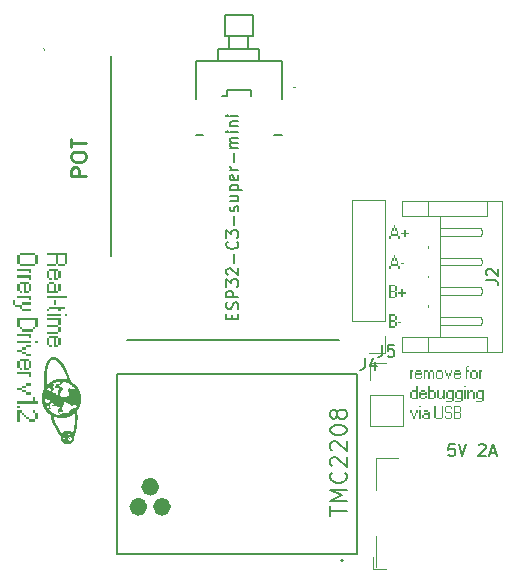
<source format=gto>
%TF.GenerationSoftware,KiCad,Pcbnew,9.0.2*%
%TF.CreationDate,2026-01-19T19:13:51-08:00*%
%TF.ProjectId,OrreryMod,4f727265-7279-44d6-9f64-2e6b69636164,rev?*%
%TF.SameCoordinates,Original*%
%TF.FileFunction,Legend,Top*%
%TF.FilePolarity,Positive*%
%FSLAX46Y46*%
G04 Gerber Fmt 4.6, Leading zero omitted, Abs format (unit mm)*
G04 Created by KiCad (PCBNEW 9.0.2) date 2026-01-19 19:13:51*
%MOMM*%
%LPD*%
G01*
G04 APERTURE LIST*
%ADD10C,0.100000*%
%ADD11C,0.757107*%
%ADD12C,0.000000*%
%ADD13C,0.150000*%
%ADD14C,0.254000*%
%ADD15C,0.120000*%
%ADD16C,0.200000*%
%ADD17C,0.127000*%
G04 APERTURE END LIST*
D10*
G36*
X109500000Y-102720000D02*
G01*
X109500000Y-101954054D01*
X109754012Y-101954054D01*
X109754012Y-102081610D01*
X109627128Y-102081610D01*
X109627128Y-102720000D01*
X109500000Y-102720000D01*
G37*
G36*
X110008147Y-102720000D02*
G01*
X110008147Y-102592444D01*
X110389043Y-102592444D01*
X110389043Y-102720000D01*
X110008147Y-102720000D01*
G37*
G36*
X110390875Y-102592444D02*
G01*
X110390875Y-102465987D01*
X110518004Y-102465987D01*
X110518004Y-102592444D01*
X110390875Y-102592444D01*
G37*
G36*
X109881018Y-102592444D02*
G01*
X109881018Y-102080511D01*
X110008147Y-102080511D01*
X110008147Y-102209471D01*
X110390875Y-102209471D01*
X110390875Y-102080511D01*
X110518004Y-102080511D01*
X110518004Y-102337027D01*
X110008147Y-102337027D01*
X110008147Y-102592444D01*
X109881018Y-102592444D01*
G37*
G36*
X110008147Y-102081610D02*
G01*
X110008147Y-101954054D01*
X110389043Y-101954054D01*
X110389043Y-102081610D01*
X110008147Y-102081610D01*
G37*
G36*
X111025846Y-102720000D02*
G01*
X111025846Y-102083014D01*
X111152058Y-102083014D01*
X111152058Y-102720000D01*
X111025846Y-102720000D01*
G37*
G36*
X111407903Y-102720000D02*
G01*
X111407903Y-102083014D01*
X111535031Y-102083014D01*
X111535031Y-102720000D01*
X111407903Y-102720000D01*
G37*
G36*
X110644033Y-102720000D02*
G01*
X110644033Y-101954054D01*
X111025846Y-101954054D01*
X111025846Y-102081610D01*
X110771161Y-102081610D01*
X110771161Y-102720000D01*
X110644033Y-102720000D01*
G37*
G36*
X111152058Y-102081610D02*
G01*
X111152058Y-101954054D01*
X111406071Y-101954054D01*
X111406071Y-102081610D01*
X111152058Y-102081610D01*
G37*
G36*
X111788189Y-102720000D02*
G01*
X111788189Y-102592444D01*
X112169085Y-102592444D01*
X112169085Y-102720000D01*
X111788189Y-102720000D01*
G37*
G36*
X111661060Y-102592444D02*
G01*
X111661060Y-102083014D01*
X111788189Y-102083014D01*
X111788189Y-102592444D01*
X111661060Y-102592444D01*
G37*
G36*
X112170917Y-102592444D02*
G01*
X112170917Y-102083014D01*
X112298046Y-102083014D01*
X112298046Y-102592444D01*
X112170917Y-102592444D01*
G37*
G36*
X111788189Y-102081610D02*
G01*
X111788189Y-101954054D01*
X112169085Y-101954054D01*
X112169085Y-102081610D01*
X111788189Y-102081610D01*
G37*
G36*
X112678087Y-102720000D02*
G01*
X112678087Y-102465987D01*
X112805216Y-102465987D01*
X112805216Y-102720000D01*
X112678087Y-102720000D01*
G37*
G36*
X112551203Y-102465987D02*
G01*
X112551203Y-102211974D01*
X112678087Y-102211974D01*
X112678087Y-102465987D01*
X112551203Y-102465987D01*
G37*
G36*
X112805216Y-102465987D02*
G01*
X112805216Y-102211974D01*
X112932100Y-102211974D01*
X112932100Y-102465987D01*
X112805216Y-102465987D01*
G37*
G36*
X112424075Y-102208066D02*
G01*
X112424075Y-101954054D01*
X112551203Y-101954054D01*
X112551203Y-102208066D01*
X112424075Y-102208066D01*
G37*
G36*
X112933932Y-102208066D02*
G01*
X112933932Y-101954054D01*
X113061060Y-101954054D01*
X113061060Y-102208066D01*
X112933932Y-102208066D01*
G37*
G36*
X113314218Y-102720000D02*
G01*
X113314218Y-102592444D01*
X113695115Y-102592444D01*
X113695115Y-102720000D01*
X113314218Y-102720000D01*
G37*
G36*
X113696946Y-102592444D02*
G01*
X113696946Y-102465987D01*
X113824075Y-102465987D01*
X113824075Y-102592444D01*
X113696946Y-102592444D01*
G37*
G36*
X113187090Y-102592444D02*
G01*
X113187090Y-102080511D01*
X113314218Y-102080511D01*
X113314218Y-102209471D01*
X113696946Y-102209471D01*
X113696946Y-102080511D01*
X113824075Y-102080511D01*
X113824075Y-102337027D01*
X113314218Y-102337027D01*
X113314218Y-102592444D01*
X113187090Y-102592444D01*
G37*
G36*
X113314218Y-102081610D02*
G01*
X113314218Y-101954054D01*
X113695115Y-101954054D01*
X113695115Y-102081610D01*
X113314218Y-102081610D01*
G37*
G36*
X114204117Y-102720000D02*
G01*
X114204117Y-101700041D01*
X114331245Y-101700041D01*
X114331245Y-101954054D01*
X114458129Y-101954054D01*
X114458129Y-102081610D01*
X114331245Y-102081610D01*
X114331245Y-102720000D01*
X114204117Y-102720000D01*
G37*
G36*
X114331245Y-101698637D02*
G01*
X114331245Y-101571081D01*
X114458129Y-101571081D01*
X114458129Y-101698637D01*
X114331245Y-101698637D01*
G37*
G36*
X114712264Y-102720000D02*
G01*
X114712264Y-102592444D01*
X115093161Y-102592444D01*
X115093161Y-102720000D01*
X114712264Y-102720000D01*
G37*
G36*
X114585136Y-102592444D02*
G01*
X114585136Y-102083014D01*
X114712264Y-102083014D01*
X114712264Y-102592444D01*
X114585136Y-102592444D01*
G37*
G36*
X115094993Y-102592444D02*
G01*
X115094993Y-102083014D01*
X115222121Y-102083014D01*
X115222121Y-102592444D01*
X115094993Y-102592444D01*
G37*
G36*
X114712264Y-102081610D02*
G01*
X114712264Y-101954054D01*
X115093161Y-101954054D01*
X115093161Y-102081610D01*
X114712264Y-102081610D01*
G37*
G36*
X115348150Y-102720000D02*
G01*
X115348150Y-101954054D01*
X115602163Y-101954054D01*
X115602163Y-102081610D01*
X115475279Y-102081610D01*
X115475279Y-102720000D01*
X115348150Y-102720000D01*
G37*
G36*
X109500000Y-104272444D02*
G01*
X109500000Y-103763014D01*
X109627128Y-103763014D01*
X109627128Y-104272444D01*
X109500000Y-104272444D01*
G37*
G36*
X109627128Y-104400000D02*
G01*
X109627128Y-104272444D01*
X110009856Y-104272444D01*
X110009856Y-103761610D01*
X109627128Y-103761610D01*
X109627128Y-103634054D01*
X110009856Y-103634054D01*
X110009856Y-103251081D01*
X110136985Y-103251081D01*
X110136985Y-104400000D01*
X109627128Y-104400000D01*
G37*
G36*
X110390143Y-104400000D02*
G01*
X110390143Y-104272444D01*
X110771039Y-104272444D01*
X110771039Y-104400000D01*
X110390143Y-104400000D01*
G37*
G36*
X110772871Y-104272444D02*
G01*
X110772871Y-104145987D01*
X110900000Y-104145987D01*
X110900000Y-104272444D01*
X110772871Y-104272444D01*
G37*
G36*
X110263014Y-104272444D02*
G01*
X110263014Y-103760511D01*
X110390143Y-103760511D01*
X110390143Y-103889471D01*
X110772871Y-103889471D01*
X110772871Y-103760511D01*
X110900000Y-103760511D01*
X110900000Y-104017027D01*
X110390143Y-104017027D01*
X110390143Y-104272444D01*
X110263014Y-104272444D01*
G37*
G36*
X110390143Y-103761610D02*
G01*
X110390143Y-103634054D01*
X110771039Y-103634054D01*
X110771039Y-103761610D01*
X110390143Y-103761610D01*
G37*
G36*
X111535886Y-104272444D02*
G01*
X111535886Y-103763014D01*
X111663014Y-103763014D01*
X111663014Y-104272444D01*
X111535886Y-104272444D01*
G37*
G36*
X111026029Y-104400000D02*
G01*
X111026029Y-103251081D01*
X111153157Y-103251081D01*
X111153157Y-103634054D01*
X111535886Y-103634054D01*
X111535886Y-103761610D01*
X111153157Y-103761610D01*
X111153157Y-104272444D01*
X111535886Y-104272444D01*
X111535886Y-104400000D01*
X111026029Y-104400000D01*
G37*
G36*
X111918004Y-104400000D02*
G01*
X111918004Y-104272444D01*
X112172016Y-104272444D01*
X112172016Y-104400000D01*
X111918004Y-104400000D01*
G37*
G36*
X111789043Y-104271039D02*
G01*
X111789043Y-103634054D01*
X111916172Y-103634054D01*
X111916172Y-104271039D01*
X111789043Y-104271039D01*
G37*
G36*
X112298900Y-104400000D02*
G01*
X112298900Y-104271039D01*
X112172016Y-104271039D01*
X112172016Y-104143483D01*
X112298900Y-104143483D01*
X112298900Y-103634054D01*
X112426029Y-103634054D01*
X112426029Y-104400000D01*
X112298900Y-104400000D01*
G37*
G36*
X112552058Y-104654012D02*
G01*
X112552058Y-104526456D01*
X113060083Y-104526456D01*
X113060083Y-104654012D01*
X112552058Y-104654012D01*
G37*
G36*
X112552058Y-104271039D02*
G01*
X112552058Y-103759106D01*
X112679187Y-103759106D01*
X112679187Y-104271039D01*
X112552058Y-104271039D01*
G37*
G36*
X113061915Y-104526456D02*
G01*
X113061915Y-104400000D01*
X112679187Y-104400000D01*
X112679187Y-104272444D01*
X113061915Y-104272444D01*
X113061915Y-103761610D01*
X112679187Y-103761610D01*
X112679187Y-103634054D01*
X113189043Y-103634054D01*
X113189043Y-104526456D01*
X113061915Y-104526456D01*
G37*
G36*
X113315073Y-104654012D02*
G01*
X113315073Y-104526456D01*
X113823098Y-104526456D01*
X113823098Y-104654012D01*
X113315073Y-104654012D01*
G37*
G36*
X113315073Y-104271039D02*
G01*
X113315073Y-103759106D01*
X113442201Y-103759106D01*
X113442201Y-104271039D01*
X113315073Y-104271039D01*
G37*
G36*
X113824930Y-104526456D02*
G01*
X113824930Y-104400000D01*
X113442201Y-104400000D01*
X113442201Y-104272444D01*
X113824930Y-104272444D01*
X113824930Y-103761610D01*
X113442201Y-103761610D01*
X113442201Y-103634054D01*
X113952058Y-103634054D01*
X113952058Y-104526456D01*
X113824930Y-104526456D01*
G37*
G36*
X114078087Y-104400000D02*
G01*
X114078087Y-103634054D01*
X114205216Y-103634054D01*
X114205216Y-104400000D01*
X114078087Y-104400000D01*
G37*
G36*
X114078087Y-103378637D02*
G01*
X114078087Y-103251081D01*
X114205216Y-103251081D01*
X114205216Y-103378637D01*
X114078087Y-103378637D01*
G37*
G36*
X114841957Y-104400000D02*
G01*
X114841957Y-103763014D01*
X114969085Y-103763014D01*
X114969085Y-104400000D01*
X114841957Y-104400000D01*
G37*
G36*
X114332100Y-104400000D02*
G01*
X114332100Y-103634054D01*
X114459228Y-103634054D01*
X114459228Y-103763014D01*
X114586418Y-103763014D01*
X114586418Y-103890570D01*
X114459228Y-103890570D01*
X114459228Y-104400000D01*
X114332100Y-104400000D01*
G37*
G36*
X114586418Y-103761610D02*
G01*
X114586418Y-103634054D01*
X114840125Y-103634054D01*
X114840125Y-103761610D01*
X114586418Y-103761610D01*
G37*
G36*
X115095115Y-104654012D02*
G01*
X115095115Y-104526456D01*
X115603140Y-104526456D01*
X115603140Y-104654012D01*
X115095115Y-104654012D01*
G37*
G36*
X115095115Y-104271039D02*
G01*
X115095115Y-103759106D01*
X115222243Y-103759106D01*
X115222243Y-104271039D01*
X115095115Y-104271039D01*
G37*
G36*
X115604972Y-104526456D02*
G01*
X115604972Y-104400000D01*
X115222243Y-104400000D01*
X115222243Y-104272444D01*
X115604972Y-104272444D01*
X115604972Y-103761610D01*
X115222243Y-103761610D01*
X115222243Y-103634054D01*
X115732100Y-103634054D01*
X115732100Y-104526456D01*
X115604972Y-104526456D01*
G37*
G36*
X109754012Y-106080000D02*
G01*
X109754012Y-105825987D01*
X109881140Y-105825987D01*
X109881140Y-106080000D01*
X109754012Y-106080000D01*
G37*
G36*
X109627128Y-105825987D02*
G01*
X109627128Y-105571974D01*
X109754012Y-105571974D01*
X109754012Y-105825987D01*
X109627128Y-105825987D01*
G37*
G36*
X109881140Y-105825987D02*
G01*
X109881140Y-105571974D01*
X110008025Y-105571974D01*
X110008025Y-105825987D01*
X109881140Y-105825987D01*
G37*
G36*
X109500000Y-105568066D02*
G01*
X109500000Y-105314054D01*
X109627128Y-105314054D01*
X109627128Y-105568066D01*
X109500000Y-105568066D01*
G37*
G36*
X110009856Y-105568066D02*
G01*
X110009856Y-105314054D01*
X110136985Y-105314054D01*
X110136985Y-105568066D01*
X110009856Y-105568066D01*
G37*
G36*
X110263014Y-106080000D02*
G01*
X110263014Y-105314054D01*
X110390143Y-105314054D01*
X110390143Y-106080000D01*
X110263014Y-106080000D01*
G37*
G36*
X110263014Y-105058637D02*
G01*
X110263014Y-104931081D01*
X110390143Y-104931081D01*
X110390143Y-105058637D01*
X110263014Y-105058637D01*
G37*
G36*
X110517027Y-105951039D02*
G01*
X110517027Y-105697027D01*
X110644155Y-105697027D01*
X110644155Y-105951039D01*
X110517027Y-105951039D01*
G37*
G36*
X110644155Y-106080000D02*
G01*
X110644155Y-105952444D01*
X111026884Y-105952444D01*
X111026884Y-105697027D01*
X110644155Y-105697027D01*
X110644155Y-105569471D01*
X111026884Y-105569471D01*
X111026884Y-105441610D01*
X111154012Y-105441610D01*
X111154012Y-106080000D01*
X110644155Y-106080000D01*
G37*
G36*
X110644155Y-105441610D02*
G01*
X110644155Y-105314054D01*
X111025052Y-105314054D01*
X111025052Y-105441610D01*
X110644155Y-105441610D01*
G37*
G36*
X111663014Y-106080000D02*
G01*
X111663014Y-105952444D01*
X112171039Y-105952444D01*
X112171039Y-106080000D01*
X111663014Y-106080000D01*
G37*
G36*
X111534054Y-105951039D02*
G01*
X111534054Y-104931081D01*
X111661182Y-104931081D01*
X111661182Y-105951039D01*
X111534054Y-105951039D01*
G37*
G36*
X112171039Y-105951039D02*
G01*
X112171039Y-104931081D01*
X112298168Y-104931081D01*
X112298168Y-105951039D01*
X112171039Y-105951039D01*
G37*
G36*
X112551203Y-106080000D02*
G01*
X112551203Y-105952444D01*
X112932100Y-105952444D01*
X112932100Y-106080000D01*
X112551203Y-106080000D01*
G37*
G36*
X112424075Y-105952444D02*
G01*
X112424075Y-105825987D01*
X112551203Y-105825987D01*
X112551203Y-105952444D01*
X112424075Y-105952444D01*
G37*
G36*
X112933932Y-105952444D02*
G01*
X112933932Y-105569471D01*
X113061060Y-105569471D01*
X113061060Y-105952444D01*
X112933932Y-105952444D01*
G37*
G36*
X112551203Y-105569471D02*
G01*
X112551203Y-105443014D01*
X112932100Y-105443014D01*
X112932100Y-105569471D01*
X112551203Y-105569471D01*
G37*
G36*
X112424075Y-105443014D02*
G01*
X112424075Y-105060041D01*
X112551203Y-105060041D01*
X112551203Y-105443014D01*
X112424075Y-105443014D01*
G37*
G36*
X112933932Y-105187597D02*
G01*
X112933932Y-105060041D01*
X113061060Y-105060041D01*
X113061060Y-105187597D01*
X112933932Y-105187597D01*
G37*
G36*
X112551203Y-105058637D02*
G01*
X112551203Y-104931081D01*
X112932100Y-104931081D01*
X112932100Y-105058637D01*
X112551203Y-105058637D01*
G37*
G36*
X113696946Y-105951039D02*
G01*
X113696946Y-105568066D01*
X113824075Y-105568066D01*
X113824075Y-105951039D01*
X113696946Y-105951039D01*
G37*
G36*
X113696946Y-105443014D02*
G01*
X113696946Y-105060041D01*
X113824075Y-105060041D01*
X113824075Y-105443014D01*
X113696946Y-105443014D01*
G37*
G36*
X113187090Y-106080000D02*
G01*
X113187090Y-104931081D01*
X113696946Y-104931081D01*
X113696946Y-105058637D01*
X113314218Y-105058637D01*
X113314218Y-105443014D01*
X113696946Y-105443014D01*
X113696946Y-105568066D01*
X113314218Y-105568066D01*
X113314218Y-105952444D01*
X113696946Y-105952444D01*
X113696946Y-106080000D01*
X113187090Y-106080000D01*
G37*
G36*
X108259856Y-98201039D02*
G01*
X108259856Y-97818066D01*
X108386985Y-97818066D01*
X108386985Y-98201039D01*
X108259856Y-98201039D01*
G37*
G36*
X108259856Y-97693014D02*
G01*
X108259856Y-97310041D01*
X108386985Y-97310041D01*
X108386985Y-97693014D01*
X108259856Y-97693014D01*
G37*
G36*
X107750000Y-98330000D02*
G01*
X107750000Y-97181081D01*
X108259856Y-97181081D01*
X108259856Y-97308637D01*
X107877128Y-97308637D01*
X107877128Y-97693014D01*
X108259856Y-97693014D01*
X108259856Y-97818066D01*
X107877128Y-97818066D01*
X107877128Y-98202444D01*
X108259856Y-98202444D01*
X108259856Y-98330000D01*
X107750000Y-98330000D01*
G37*
G36*
X108513014Y-97947027D02*
G01*
X108513014Y-97819471D01*
X108767027Y-97819471D01*
X108767027Y-97947027D01*
X108513014Y-97947027D01*
G37*
G36*
X108259856Y-95701039D02*
G01*
X108259856Y-95318066D01*
X108386985Y-95318066D01*
X108386985Y-95701039D01*
X108259856Y-95701039D01*
G37*
G36*
X108259856Y-95193014D02*
G01*
X108259856Y-94810041D01*
X108386985Y-94810041D01*
X108386985Y-95193014D01*
X108259856Y-95193014D01*
G37*
G36*
X107750000Y-95830000D02*
G01*
X107750000Y-94681081D01*
X108259856Y-94681081D01*
X108259856Y-94808637D01*
X107877128Y-94808637D01*
X107877128Y-95193014D01*
X108259856Y-95193014D01*
X108259856Y-95318066D01*
X107877128Y-95318066D01*
X107877128Y-95702444D01*
X108259856Y-95702444D01*
X108259856Y-95830000D01*
X107750000Y-95830000D01*
G37*
G36*
X108767027Y-95701039D02*
G01*
X108767027Y-95445622D01*
X108513014Y-95445622D01*
X108513014Y-95318066D01*
X108767027Y-95318066D01*
X108767027Y-95064054D01*
X108894155Y-95064054D01*
X108894155Y-95318066D01*
X109150000Y-95318066D01*
X109150000Y-95445622D01*
X108894155Y-95445622D01*
X108894155Y-95701039D01*
X108767027Y-95701039D01*
G37*
G36*
X107750000Y-93330000D02*
G01*
X107750000Y-93075987D01*
X107877128Y-93075987D01*
X107877128Y-93330000D01*
X107750000Y-93330000D01*
G37*
G36*
X108514113Y-93330000D02*
G01*
X108514113Y-93075987D01*
X108640997Y-93075987D01*
X108640997Y-93330000D01*
X108514113Y-93330000D01*
G37*
G36*
X107877128Y-93074583D02*
G01*
X107877128Y-92691915D01*
X108004012Y-92691915D01*
X108004012Y-92947027D01*
X108386985Y-92947027D01*
X108386985Y-92691915D01*
X108514113Y-92691915D01*
X108514113Y-93074583D01*
X107877128Y-93074583D01*
G37*
G36*
X108004012Y-92691915D02*
G01*
X108004012Y-92439002D01*
X108131140Y-92439002D01*
X108131140Y-92691915D01*
X108004012Y-92691915D01*
G37*
G36*
X108259856Y-92691915D02*
G01*
X108259856Y-92439002D01*
X108386985Y-92439002D01*
X108386985Y-92691915D01*
X108259856Y-92691915D01*
G37*
G36*
X108131140Y-92435094D02*
G01*
X108131140Y-92181081D01*
X108258025Y-92181081D01*
X108258025Y-92435094D01*
X108131140Y-92435094D01*
G37*
G36*
X108767027Y-92947027D02*
G01*
X108767027Y-92819471D01*
X109021039Y-92819471D01*
X109021039Y-92947027D01*
X108767027Y-92947027D01*
G37*
G36*
X107750000Y-90830000D02*
G01*
X107750000Y-90575987D01*
X107877128Y-90575987D01*
X107877128Y-90830000D01*
X107750000Y-90830000D01*
G37*
G36*
X108514113Y-90830000D02*
G01*
X108514113Y-90575987D01*
X108640997Y-90575987D01*
X108640997Y-90830000D01*
X108514113Y-90830000D01*
G37*
G36*
X107877128Y-90574583D02*
G01*
X107877128Y-90191915D01*
X108004012Y-90191915D01*
X108004012Y-90447027D01*
X108386985Y-90447027D01*
X108386985Y-90191915D01*
X108514113Y-90191915D01*
X108514113Y-90574583D01*
X107877128Y-90574583D01*
G37*
G36*
X108004012Y-90191915D02*
G01*
X108004012Y-89939002D01*
X108131140Y-89939002D01*
X108131140Y-90191915D01*
X108004012Y-90191915D01*
G37*
G36*
X108259856Y-90191915D02*
G01*
X108259856Y-89939002D01*
X108386985Y-89939002D01*
X108386985Y-90191915D01*
X108259856Y-90191915D01*
G37*
G36*
X108131140Y-89935094D02*
G01*
X108131140Y-89681081D01*
X108258025Y-89681081D01*
X108258025Y-89935094D01*
X108131140Y-89935094D01*
G37*
G36*
X109021039Y-90701039D02*
G01*
X109021039Y-90445622D01*
X108767027Y-90445622D01*
X108767027Y-90318066D01*
X109021039Y-90318066D01*
X109021039Y-90064054D01*
X109148168Y-90064054D01*
X109148168Y-90318066D01*
X109404012Y-90318066D01*
X109404012Y-90445622D01*
X109148168Y-90445622D01*
X109148168Y-90701039D01*
X109021039Y-90701039D01*
G37*
D11*
X87878553Y-111800000D02*
G75*
G02*
X87121447Y-111800000I-378553J0D01*
G01*
X87121447Y-111800000D02*
G75*
G02*
X87878553Y-111800000I378553J0D01*
G01*
X86878553Y-113500000D02*
G75*
G02*
X86121447Y-113500000I-378553J0D01*
G01*
X86121447Y-113500000D02*
G75*
G02*
X86878553Y-113500000I378553J0D01*
G01*
X88878553Y-113500000D02*
G75*
G02*
X88121447Y-113500000I-378553J0D01*
G01*
X88121447Y-113500000D02*
G75*
G02*
X88878553Y-113500000I378553J0D01*
G01*
D12*
G36*
X80646619Y-107667832D02*
G01*
X80649376Y-107668042D01*
X80652094Y-107668387D01*
X80654769Y-107668865D01*
X80657397Y-107669472D01*
X80659975Y-107670204D01*
X80662500Y-107671058D01*
X80664968Y-107672031D01*
X80667376Y-107673119D01*
X80669720Y-107674320D01*
X80671997Y-107675628D01*
X80674203Y-107677042D01*
X80676335Y-107678557D01*
X80678390Y-107680171D01*
X80680364Y-107681879D01*
X80682254Y-107683679D01*
X80684055Y-107685567D01*
X80685766Y-107687539D01*
X80687381Y-107689593D01*
X80688899Y-107691725D01*
X80690315Y-107693931D01*
X80691626Y-107696208D01*
X80692828Y-107698552D01*
X80693919Y-107700961D01*
X80694894Y-107703431D01*
X80695750Y-107705958D01*
X80696484Y-107708539D01*
X80697092Y-107711171D01*
X80697571Y-107713849D01*
X80697918Y-107716572D01*
X80698128Y-107719335D01*
X80698199Y-107722135D01*
X80698128Y-107724928D01*
X80697918Y-107727684D01*
X80697571Y-107730401D01*
X80697092Y-107733074D01*
X80696484Y-107735701D01*
X80695750Y-107738277D01*
X80694894Y-107740800D01*
X80693919Y-107743265D01*
X80692828Y-107745670D01*
X80691626Y-107748011D01*
X80690315Y-107750285D01*
X80688899Y-107752488D01*
X80687381Y-107754617D01*
X80685766Y-107756669D01*
X80684055Y-107758639D01*
X80682254Y-107760525D01*
X80680364Y-107762324D01*
X80678390Y-107764030D01*
X80676335Y-107765643D01*
X80674203Y-107767157D01*
X80671997Y-107768570D01*
X80669720Y-107769878D01*
X80667376Y-107771077D01*
X80664968Y-107772165D01*
X80662500Y-107773138D01*
X80659975Y-107773992D01*
X80657397Y-107774724D01*
X80654769Y-107775330D01*
X80652094Y-107775808D01*
X80649376Y-107776153D01*
X80646619Y-107776363D01*
X80643826Y-107776434D01*
X80641039Y-107776363D01*
X80638288Y-107776153D01*
X80635577Y-107775808D01*
X80632908Y-107775330D01*
X80630285Y-107774724D01*
X80627711Y-107773992D01*
X80625191Y-107773138D01*
X80622727Y-107772165D01*
X80620323Y-107771077D01*
X80617982Y-107769878D01*
X80615708Y-107768570D01*
X80613505Y-107767157D01*
X80611375Y-107765643D01*
X80609323Y-107764030D01*
X80607351Y-107762324D01*
X80605463Y-107760525D01*
X80603663Y-107758639D01*
X80601954Y-107756669D01*
X80600340Y-107754617D01*
X80598823Y-107752488D01*
X80597408Y-107750285D01*
X80596098Y-107748011D01*
X80594896Y-107745670D01*
X80593806Y-107743265D01*
X80592831Y-107740800D01*
X80591975Y-107738277D01*
X80591242Y-107735701D01*
X80590634Y-107733074D01*
X80590155Y-107730401D01*
X80589808Y-107727684D01*
X80589598Y-107724928D01*
X80589527Y-107722135D01*
X80589591Y-107719328D01*
X80589796Y-107716560D01*
X80590137Y-107713832D01*
X80590612Y-107711149D01*
X80591217Y-107708514D01*
X80591948Y-107705930D01*
X80592802Y-107703401D01*
X80593775Y-107700930D01*
X80594864Y-107698520D01*
X80596065Y-107696175D01*
X80597375Y-107693898D01*
X80598790Y-107691692D01*
X80600308Y-107689561D01*
X80601923Y-107687509D01*
X80603634Y-107685537D01*
X80605435Y-107683651D01*
X80607325Y-107681853D01*
X80609299Y-107680147D01*
X80611353Y-107678535D01*
X80613485Y-107677022D01*
X80615691Y-107675611D01*
X80617967Y-107674305D01*
X80620310Y-107673107D01*
X80622716Y-107672021D01*
X80625182Y-107671050D01*
X80627705Y-107670198D01*
X80630280Y-107669467D01*
X80632905Y-107668862D01*
X80635575Y-107668385D01*
X80638288Y-107668041D01*
X80641039Y-107667832D01*
X80643826Y-107667761D01*
X80646619Y-107667832D01*
G37*
G36*
X79380854Y-100813076D02*
G01*
X79437096Y-100822910D01*
X79493212Y-100838516D01*
X79549166Y-100859741D01*
X79604922Y-100886432D01*
X79660441Y-100918435D01*
X79770627Y-100997763D01*
X79879430Y-101096494D01*
X79986557Y-101213400D01*
X80091714Y-101347252D01*
X80194606Y-101496820D01*
X80294942Y-101660874D01*
X80392426Y-101838187D01*
X80486766Y-102027527D01*
X80577668Y-102227667D01*
X80664837Y-102437377D01*
X80747981Y-102655427D01*
X80826806Y-102880588D01*
X80917708Y-102937699D01*
X81004561Y-103000360D01*
X81087114Y-103068324D01*
X81165117Y-103141343D01*
X81238319Y-103219169D01*
X81306470Y-103301554D01*
X81369319Y-103388251D01*
X81426616Y-103479013D01*
X81478110Y-103573590D01*
X81523551Y-103671736D01*
X81562689Y-103773202D01*
X81595272Y-103877741D01*
X81621051Y-103985106D01*
X81639774Y-104095047D01*
X81651192Y-104207319D01*
X81655053Y-104321672D01*
X81653624Y-104391393D01*
X81649371Y-104460384D01*
X81642352Y-104528589D01*
X81632623Y-104595952D01*
X81620238Y-104662417D01*
X81605253Y-104727928D01*
X81587725Y-104792430D01*
X81567710Y-104855867D01*
X81545262Y-104918183D01*
X81520439Y-104979322D01*
X81493295Y-105039228D01*
X81463886Y-105097847D01*
X81432269Y-105155121D01*
X81398498Y-105210995D01*
X81362630Y-105265414D01*
X81324721Y-105318321D01*
X81335752Y-105476356D01*
X81343847Y-105632000D01*
X81348831Y-105784869D01*
X81350103Y-105860142D01*
X81350532Y-105934578D01*
X81349368Y-106062302D01*
X81345892Y-106186107D01*
X81340129Y-106305934D01*
X81332104Y-106421723D01*
X81321839Y-106533414D01*
X81309361Y-106640947D01*
X81294693Y-106744262D01*
X81277860Y-106843298D01*
X81258887Y-106937996D01*
X81237796Y-107028296D01*
X81214614Y-107114137D01*
X81189364Y-107195460D01*
X81162071Y-107272205D01*
X81132759Y-107344311D01*
X81101453Y-107411718D01*
X81068177Y-107474367D01*
X81073159Y-107493281D01*
X81077547Y-107512421D01*
X81081321Y-107531780D01*
X81084457Y-107551353D01*
X81086934Y-107571135D01*
X81088730Y-107591122D01*
X81089824Y-107611307D01*
X81090194Y-107631686D01*
X81089432Y-107661827D01*
X81087171Y-107691573D01*
X81083447Y-107720887D01*
X81078298Y-107749732D01*
X81071760Y-107778071D01*
X81063870Y-107805866D01*
X81054665Y-107833083D01*
X81044180Y-107859683D01*
X81032454Y-107885629D01*
X81019522Y-107910886D01*
X81005422Y-107935416D01*
X80990190Y-107959182D01*
X80973862Y-107982148D01*
X80956477Y-108004277D01*
X80938070Y-108025531D01*
X80918678Y-108045875D01*
X80898337Y-108065270D01*
X80877086Y-108083682D01*
X80854959Y-108101071D01*
X80831995Y-108117403D01*
X80808230Y-108132640D01*
X80783700Y-108146745D01*
X80758442Y-108159681D01*
X80732493Y-108171412D01*
X80705890Y-108181901D01*
X80705861Y-108181911D01*
X80678669Y-108191111D01*
X80650868Y-108199004D01*
X80622522Y-108205545D01*
X80593669Y-108210697D01*
X80564346Y-108214422D01*
X80534588Y-108216684D01*
X80504433Y-108217447D01*
X80474285Y-108216684D01*
X80444533Y-108214422D01*
X80415215Y-108210697D01*
X80386366Y-108205545D01*
X80358024Y-108199004D01*
X80330225Y-108191111D01*
X80303006Y-108181901D01*
X80276405Y-108171412D01*
X80250457Y-108159681D01*
X80225200Y-108146745D01*
X80200670Y-108132640D01*
X80196193Y-108129770D01*
X80176904Y-108117403D01*
X80153939Y-108101071D01*
X80131812Y-108083682D01*
X80110559Y-108065270D01*
X80090217Y-108045875D01*
X80070823Y-108025531D01*
X80052413Y-108004277D01*
X80043858Y-107993389D01*
X80035026Y-107982148D01*
X80018696Y-107959182D01*
X80003462Y-107935416D01*
X79989359Y-107910886D01*
X79976425Y-107885630D01*
X79964696Y-107859683D01*
X79954210Y-107833083D01*
X79945002Y-107805867D01*
X79937110Y-107778071D01*
X79933008Y-107760293D01*
X80557468Y-107760293D01*
X80557661Y-107767917D01*
X80558235Y-107775440D01*
X80559181Y-107782855D01*
X80560488Y-107790151D01*
X80562148Y-107797319D01*
X80564151Y-107804350D01*
X80566487Y-107811234D01*
X80569148Y-107817962D01*
X80572124Y-107824526D01*
X80575405Y-107830914D01*
X80578983Y-107837119D01*
X80582847Y-107843131D01*
X80586988Y-107848940D01*
X80591397Y-107854538D01*
X80596065Y-107859914D01*
X80600982Y-107865060D01*
X80606138Y-107869967D01*
X80611525Y-107874624D01*
X80617133Y-107879023D01*
X80622952Y-107883154D01*
X80628973Y-107887009D01*
X80635188Y-107890577D01*
X80641585Y-107893849D01*
X80648156Y-107896817D01*
X80654892Y-107899470D01*
X80661783Y-107901800D01*
X80668820Y-107903797D01*
X80675993Y-107905452D01*
X80683293Y-107906755D01*
X80690711Y-107907697D01*
X80698236Y-107908270D01*
X80705861Y-107908462D01*
X80713485Y-107908270D01*
X80721010Y-107907697D01*
X80728426Y-107906755D01*
X80735725Y-107905452D01*
X80742896Y-107903797D01*
X80749931Y-107901800D01*
X80756820Y-107899470D01*
X80763553Y-107896817D01*
X80770122Y-107893849D01*
X80776516Y-107890577D01*
X80782727Y-107887009D01*
X80788746Y-107883154D01*
X80794562Y-107879023D01*
X80800166Y-107874624D01*
X80805549Y-107869967D01*
X80810702Y-107865060D01*
X80815616Y-107859914D01*
X80820280Y-107854538D01*
X80824686Y-107848940D01*
X80828824Y-107843131D01*
X80832685Y-107837119D01*
X80836259Y-107830914D01*
X80839537Y-107824526D01*
X80842510Y-107817962D01*
X80845169Y-107811234D01*
X80847503Y-107804350D01*
X80849504Y-107797319D01*
X80851162Y-107790151D01*
X80852468Y-107782855D01*
X80853412Y-107775440D01*
X80853986Y-107767917D01*
X80854179Y-107760293D01*
X80853986Y-107752649D01*
X80853413Y-107745107D01*
X80852470Y-107737675D01*
X80851165Y-107730364D01*
X80849508Y-107723182D01*
X80847509Y-107716139D01*
X80845177Y-107709243D01*
X80842521Y-107702505D01*
X80839550Y-107695932D01*
X80836274Y-107689536D01*
X80832702Y-107683324D01*
X80828844Y-107677306D01*
X80824708Y-107671491D01*
X80820304Y-107665888D01*
X80815642Y-107660508D01*
X80810730Y-107655358D01*
X80805579Y-107650448D01*
X80800197Y-107645788D01*
X80794594Y-107641386D01*
X80788779Y-107637253D01*
X80782761Y-107633396D01*
X80776550Y-107629825D01*
X80770155Y-107626550D01*
X80763585Y-107623580D01*
X80756850Y-107620924D01*
X80749959Y-107618592D01*
X80742921Y-107616591D01*
X80735746Y-107614933D01*
X80728444Y-107613625D01*
X80721022Y-107612677D01*
X80713491Y-107612099D01*
X80705861Y-107611900D01*
X80698243Y-107612093D01*
X80690723Y-107612665D01*
X80683310Y-107613608D01*
X80676014Y-107614911D01*
X80668845Y-107616566D01*
X80661811Y-107618564D01*
X80654922Y-107620895D01*
X80648188Y-107623549D01*
X80641669Y-107626495D01*
X80641617Y-107626518D01*
X80635220Y-107629792D01*
X80629006Y-107633363D01*
X80622985Y-107637220D01*
X80617165Y-107641354D01*
X80611556Y-107645757D01*
X80606168Y-107650419D01*
X80601009Y-107655330D01*
X80596091Y-107660482D01*
X80591421Y-107665864D01*
X80587010Y-107671469D01*
X80582866Y-107677286D01*
X80579000Y-107683306D01*
X80575420Y-107689521D01*
X80572137Y-107695920D01*
X80569159Y-107702494D01*
X80566496Y-107709235D01*
X80564157Y-107716132D01*
X80562153Y-107723178D01*
X80560491Y-107730361D01*
X80559183Y-107737674D01*
X80558236Y-107745106D01*
X80557662Y-107752649D01*
X80557468Y-107760293D01*
X79933008Y-107760293D01*
X79930571Y-107749732D01*
X79925420Y-107720887D01*
X79922677Y-107699299D01*
X80141819Y-107699299D01*
X80141890Y-107702099D01*
X80142101Y-107704861D01*
X80142447Y-107707583D01*
X80142926Y-107710260D01*
X80143535Y-107712890D01*
X80144268Y-107715469D01*
X80145125Y-107717994D01*
X80146100Y-107720461D01*
X80147190Y-107722867D01*
X80148393Y-107725209D01*
X80149704Y-107727483D01*
X80151120Y-107729686D01*
X80152637Y-107731814D01*
X80154253Y-107733864D01*
X80155963Y-107735833D01*
X80157765Y-107737718D01*
X80159655Y-107739514D01*
X80161629Y-107741219D01*
X80163683Y-107742829D01*
X80165816Y-107744341D01*
X80168022Y-107745752D01*
X80170299Y-107747057D01*
X80172643Y-107748255D01*
X80175051Y-107749340D01*
X80177519Y-107750311D01*
X80180044Y-107751163D01*
X80182622Y-107751893D01*
X80185250Y-107752498D01*
X80187925Y-107752974D01*
X80190642Y-107753319D01*
X80193400Y-107753528D01*
X80196193Y-107753598D01*
X80198986Y-107753528D01*
X80201743Y-107753319D01*
X80204459Y-107752974D01*
X80207132Y-107752498D01*
X80209759Y-107751893D01*
X80212335Y-107751163D01*
X80214858Y-107750311D01*
X80217323Y-107749340D01*
X80219728Y-107748255D01*
X80222069Y-107747057D01*
X80224343Y-107745752D01*
X80226546Y-107744341D01*
X80228675Y-107742829D01*
X80230727Y-107741219D01*
X80232697Y-107739514D01*
X80234583Y-107737718D01*
X80236382Y-107735833D01*
X80238089Y-107733864D01*
X80239701Y-107731814D01*
X80241215Y-107729686D01*
X80242628Y-107727483D01*
X80243936Y-107725209D01*
X80245135Y-107722867D01*
X80246223Y-107720461D01*
X80247196Y-107717994D01*
X80248050Y-107715469D01*
X80248782Y-107712890D01*
X80249388Y-107710260D01*
X80249866Y-107707583D01*
X80250211Y-107704861D01*
X80250421Y-107702099D01*
X80250492Y-107699299D01*
X80250421Y-107696499D01*
X80250211Y-107693736D01*
X80249866Y-107691014D01*
X80249388Y-107688335D01*
X80248782Y-107685704D01*
X80248050Y-107683123D01*
X80247196Y-107680596D01*
X80246223Y-107678126D01*
X80245135Y-107675717D01*
X80243936Y-107673372D01*
X80242628Y-107671095D01*
X80241215Y-107668889D01*
X80239701Y-107666758D01*
X80238089Y-107664704D01*
X80236382Y-107662732D01*
X80234583Y-107660844D01*
X80232697Y-107659044D01*
X80230727Y-107657335D01*
X80228675Y-107655722D01*
X80226546Y-107654206D01*
X80224343Y-107652793D01*
X80222069Y-107651484D01*
X80219728Y-107650284D01*
X80217323Y-107649196D01*
X80214858Y-107648223D01*
X80212335Y-107647369D01*
X80209759Y-107646636D01*
X80207132Y-107646030D01*
X80204459Y-107645552D01*
X80201743Y-107645206D01*
X80198986Y-107644997D01*
X80196193Y-107644926D01*
X80193400Y-107644997D01*
X80190642Y-107645206D01*
X80187925Y-107645552D01*
X80185250Y-107646030D01*
X80182622Y-107646636D01*
X80180044Y-107647369D01*
X80177519Y-107648223D01*
X80175051Y-107649196D01*
X80172643Y-107650284D01*
X80170299Y-107651484D01*
X80168022Y-107652793D01*
X80165816Y-107654206D01*
X80163683Y-107655722D01*
X80161629Y-107657335D01*
X80159655Y-107659044D01*
X80157765Y-107660844D01*
X80155963Y-107662732D01*
X80154253Y-107664704D01*
X80152637Y-107666758D01*
X80151120Y-107668889D01*
X80149704Y-107671095D01*
X80148393Y-107673372D01*
X80147190Y-107675717D01*
X80146100Y-107678126D01*
X80145125Y-107680596D01*
X80144268Y-107683123D01*
X80143535Y-107685704D01*
X80142926Y-107688335D01*
X80142447Y-107691014D01*
X80142101Y-107693736D01*
X80141890Y-107696499D01*
X80141819Y-107699299D01*
X79922677Y-107699299D01*
X79921696Y-107691574D01*
X79919434Y-107661828D01*
X79918672Y-107631686D01*
X79918952Y-107614295D01*
X79919775Y-107597045D01*
X79921124Y-107579938D01*
X79922977Y-107562975D01*
X79925315Y-107546159D01*
X79928118Y-107529492D01*
X79931365Y-107512974D01*
X79935037Y-107496608D01*
X79868634Y-107421044D01*
X79803860Y-107340033D01*
X80569816Y-107340033D01*
X80569909Y-107343713D01*
X80570188Y-107347346D01*
X80570646Y-107350927D01*
X80571280Y-107354450D01*
X80572085Y-107357913D01*
X80573056Y-107361310D01*
X80574188Y-107364636D01*
X80575478Y-107367888D01*
X80576920Y-107371060D01*
X80578510Y-107374148D01*
X80580244Y-107377147D01*
X80582116Y-107380054D01*
X80584123Y-107382863D01*
X80586259Y-107385570D01*
X80588521Y-107388170D01*
X80590903Y-107390659D01*
X80593401Y-107393032D01*
X80596010Y-107395286D01*
X80598726Y-107397414D01*
X80601544Y-107399413D01*
X80604460Y-107401278D01*
X80607469Y-107403005D01*
X80610566Y-107404589D01*
X80613747Y-107406025D01*
X80617008Y-107407309D01*
X80620343Y-107408437D01*
X80623749Y-107409404D01*
X80627220Y-107410205D01*
X80630752Y-107410836D01*
X80634341Y-107411292D01*
X80637981Y-107411569D01*
X80641669Y-107411663D01*
X80645343Y-107411570D01*
X80648971Y-107411293D01*
X80652547Y-107410838D01*
X80656068Y-107410208D01*
X80659529Y-107409408D01*
X80662925Y-107408443D01*
X80666252Y-107407318D01*
X80669504Y-107406035D01*
X80672678Y-107404601D01*
X80675768Y-107403020D01*
X80678771Y-107401295D01*
X80681681Y-107399432D01*
X80684494Y-107397436D01*
X80687205Y-107395310D01*
X80689810Y-107393059D01*
X80692305Y-107390687D01*
X80694683Y-107388200D01*
X80696942Y-107385601D01*
X80699076Y-107382895D01*
X80701080Y-107380087D01*
X80702951Y-107377180D01*
X80704683Y-107374181D01*
X80706272Y-107371092D01*
X80707713Y-107367919D01*
X80709002Y-107364666D01*
X80710134Y-107361337D01*
X80711105Y-107357938D01*
X80711909Y-107354472D01*
X80712543Y-107350944D01*
X80713001Y-107347358D01*
X80713280Y-107343720D01*
X80713373Y-107340033D01*
X80713280Y-107336352D01*
X80713001Y-107332720D01*
X80712543Y-107329140D01*
X80711909Y-107325618D01*
X80711105Y-107322157D01*
X80710134Y-107318761D01*
X80709002Y-107315437D01*
X80707713Y-107312187D01*
X80706272Y-107309017D01*
X80704683Y-107305930D01*
X80702951Y-107302932D01*
X80701080Y-107300027D01*
X80699076Y-107297219D01*
X80696942Y-107294513D01*
X80694683Y-107291914D01*
X80692305Y-107289425D01*
X80689810Y-107287051D01*
X80687205Y-107284797D01*
X80684494Y-107282668D01*
X80681681Y-107280667D01*
X80678771Y-107278799D01*
X80675768Y-107277069D01*
X80672678Y-107275482D01*
X80669504Y-107274040D01*
X80666252Y-107272750D01*
X80662925Y-107271616D01*
X80659529Y-107270642D01*
X80656068Y-107269832D01*
X80652547Y-107269191D01*
X80648971Y-107268724D01*
X80645343Y-107268435D01*
X80641669Y-107268328D01*
X80637981Y-107268421D01*
X80634341Y-107268698D01*
X80630752Y-107269153D01*
X80627220Y-107269783D01*
X80623749Y-107270583D01*
X80620343Y-107271548D01*
X80617008Y-107272674D01*
X80613747Y-107273957D01*
X80610566Y-107275391D01*
X80607469Y-107276973D01*
X80604460Y-107278699D01*
X80601544Y-107280562D01*
X80598726Y-107282560D01*
X80596010Y-107284688D01*
X80593401Y-107286940D01*
X80590903Y-107289313D01*
X80588521Y-107291802D01*
X80586259Y-107294403D01*
X80584123Y-107297112D01*
X80582116Y-107299922D01*
X80580244Y-107302831D01*
X80578510Y-107305834D01*
X80576920Y-107308926D01*
X80575478Y-107312103D01*
X80574188Y-107315360D01*
X80573056Y-107318693D01*
X80572085Y-107322098D01*
X80571280Y-107325569D01*
X80570646Y-107329102D01*
X80570188Y-107332694D01*
X80569909Y-107336339D01*
X80569816Y-107340033D01*
X79803860Y-107340033D01*
X79802997Y-107338954D01*
X79738199Y-107250632D01*
X79674310Y-107156373D01*
X79611402Y-107056474D01*
X79549546Y-106951227D01*
X79488813Y-106840930D01*
X79429274Y-106725876D01*
X79371001Y-106606361D01*
X79314065Y-106482680D01*
X79204488Y-106224000D01*
X79101114Y-105952196D01*
X79063051Y-105840856D01*
X79298100Y-105840856D01*
X79341341Y-105958564D01*
X79385380Y-106072791D01*
X79430143Y-106183475D01*
X79475555Y-106290551D01*
X79521540Y-106393955D01*
X79568025Y-106493622D01*
X79614934Y-106589488D01*
X79662193Y-106681489D01*
X79709726Y-106769560D01*
X79757459Y-106853637D01*
X79805317Y-106933657D01*
X79853224Y-107009554D01*
X79901107Y-107081265D01*
X79948890Y-107148724D01*
X79996499Y-107211869D01*
X80043858Y-107270634D01*
X80064625Y-107245605D01*
X80086722Y-107221769D01*
X80110093Y-107199184D01*
X80134682Y-107177909D01*
X80160434Y-107158002D01*
X80187292Y-107139520D01*
X80215201Y-107122523D01*
X80244105Y-107107067D01*
X80273947Y-107093212D01*
X80304672Y-107081016D01*
X80336224Y-107070536D01*
X80368548Y-107061831D01*
X80401586Y-107054959D01*
X80435284Y-107049979D01*
X80469585Y-107046948D01*
X80504434Y-107045925D01*
X80536310Y-107046781D01*
X80567730Y-107049321D01*
X80598651Y-107053498D01*
X80629031Y-107059269D01*
X80658828Y-107066590D01*
X80687999Y-107075414D01*
X80716503Y-107085698D01*
X80744298Y-107097397D01*
X80771342Y-107110467D01*
X80797592Y-107124862D01*
X80823006Y-107140537D01*
X80847543Y-107157449D01*
X80871160Y-107175553D01*
X80893816Y-107194804D01*
X80915468Y-107215156D01*
X80936074Y-107236567D01*
X80958203Y-107179444D01*
X80979104Y-107118699D01*
X80998751Y-107054416D01*
X81017116Y-106986677D01*
X81034170Y-106915566D01*
X81049887Y-106841165D01*
X81077196Y-106682827D01*
X81098822Y-106512328D01*
X81114543Y-106330332D01*
X81124138Y-106137502D01*
X81127385Y-105934504D01*
X81126510Y-105840453D01*
X81124066Y-105744820D01*
X81120325Y-105647889D01*
X81115558Y-105549947D01*
X81058722Y-105599886D01*
X80999649Y-105647246D01*
X80938429Y-105691940D01*
X80875148Y-105733877D01*
X80809894Y-105772970D01*
X80742756Y-105809129D01*
X80673820Y-105842266D01*
X80603176Y-105872292D01*
X80530910Y-105899118D01*
X80457111Y-105922656D01*
X80381866Y-105942816D01*
X80305263Y-105959509D01*
X80227390Y-105972648D01*
X80148335Y-105982142D01*
X80068186Y-105987904D01*
X79987030Y-105989844D01*
X79941101Y-105989220D01*
X79895483Y-105987357D01*
X79850193Y-105984273D01*
X79805244Y-105979985D01*
X79760653Y-105974511D01*
X79716434Y-105967867D01*
X79672604Y-105960070D01*
X79629176Y-105951138D01*
X79586167Y-105941087D01*
X79575547Y-105938305D01*
X79543592Y-105929935D01*
X79501465Y-105917699D01*
X79459803Y-105904396D01*
X79418620Y-105890044D01*
X79377932Y-105874658D01*
X79337754Y-105858256D01*
X79298100Y-105840856D01*
X79063051Y-105840856D01*
X79004514Y-105669628D01*
X78928314Y-105610564D01*
X78855706Y-105547296D01*
X78786871Y-105480006D01*
X78721993Y-105408874D01*
X78661255Y-105334082D01*
X78604839Y-105255812D01*
X78552928Y-105174243D01*
X78505706Y-105089558D01*
X78463354Y-105001936D01*
X78451213Y-104972517D01*
X78745886Y-104972517D01*
X78761347Y-105009174D01*
X78782628Y-105051438D01*
X78797226Y-105077517D01*
X78814680Y-105106498D01*
X78835153Y-105138086D01*
X78858807Y-105171984D01*
X78885805Y-105207895D01*
X78916311Y-105245524D01*
X78950487Y-105284573D01*
X78988496Y-105324747D01*
X79030500Y-105365749D01*
X79076664Y-105407282D01*
X79137881Y-105457044D01*
X79181826Y-105490063D01*
X79228651Y-105522858D01*
X79278453Y-105555284D01*
X79331331Y-105587194D01*
X79387381Y-105618442D01*
X79446702Y-105648880D01*
X79509392Y-105678364D01*
X79575547Y-105706745D01*
X79582812Y-105706501D01*
X79590661Y-105705817D01*
X79599010Y-105704769D01*
X79607775Y-105703432D01*
X79645317Y-105696694D01*
X79664403Y-105693543D01*
X79673731Y-105692285D01*
X79682804Y-105691338D01*
X79691537Y-105690777D01*
X79699848Y-105690679D01*
X79707652Y-105691117D01*
X79714865Y-105692167D01*
X79740387Y-105697351D01*
X79751888Y-105699545D01*
X79757474Y-105700463D01*
X79763009Y-105701232D01*
X79768535Y-105701829D01*
X79774095Y-105702232D01*
X79779732Y-105702418D01*
X79785491Y-105702365D01*
X79791413Y-105702050D01*
X79797543Y-105701450D01*
X79803922Y-105700543D01*
X79810595Y-105699307D01*
X79814065Y-105698511D01*
X79817738Y-105697475D01*
X79825612Y-105694748D01*
X79834054Y-105691267D01*
X79842898Y-105687171D01*
X79851980Y-105682600D01*
X79861135Y-105677694D01*
X79870199Y-105672592D01*
X79879008Y-105667434D01*
X79895201Y-105657509D01*
X79908396Y-105649036D01*
X79920532Y-105640917D01*
X79993947Y-105574791D01*
X80009533Y-105573070D01*
X80026292Y-105570535D01*
X80046610Y-105566544D01*
X80057536Y-105563922D01*
X80068671Y-105560841D01*
X80079788Y-105557267D01*
X80090661Y-105553170D01*
X80101062Y-105548517D01*
X80110764Y-105543277D01*
X80115282Y-105540426D01*
X80119541Y-105537417D01*
X80123512Y-105534245D01*
X80127166Y-105530905D01*
X80130600Y-105527695D01*
X80134073Y-105525019D01*
X80137578Y-105522848D01*
X80141103Y-105521154D01*
X80144638Y-105519910D01*
X80148176Y-105519086D01*
X80151704Y-105518654D01*
X80155214Y-105518586D01*
X80158696Y-105518854D01*
X80162140Y-105519429D01*
X80165536Y-105520282D01*
X80168874Y-105521387D01*
X80172145Y-105522714D01*
X80175339Y-105524234D01*
X80178446Y-105525921D01*
X80181456Y-105527744D01*
X80184359Y-105529677D01*
X80187147Y-105531690D01*
X80192333Y-105535845D01*
X80196936Y-105539983D01*
X80200878Y-105543876D01*
X80204080Y-105547299D01*
X80206465Y-105550024D01*
X80208466Y-105552477D01*
X80229931Y-105556958D01*
X80253014Y-105561388D01*
X80280998Y-105566237D01*
X80311385Y-105570723D01*
X80341674Y-105574066D01*
X80356002Y-105575064D01*
X80369368Y-105575484D01*
X80381461Y-105575227D01*
X80391967Y-105574196D01*
X80414229Y-105570770D01*
X80441431Y-105566129D01*
X80471604Y-105560448D01*
X80502778Y-105553899D01*
X80532983Y-105546657D01*
X80547106Y-105542829D01*
X80560248Y-105538894D01*
X80572163Y-105534871D01*
X80582604Y-105530784D01*
X80591325Y-105526653D01*
X80598081Y-105522500D01*
X80600897Y-105520085D01*
X80603910Y-105516986D01*
X80610447Y-105508936D01*
X80617543Y-105498750D01*
X80625048Y-105486826D01*
X80632812Y-105473564D01*
X80640686Y-105459363D01*
X80656164Y-105429737D01*
X80670286Y-105401139D01*
X80681855Y-105376761D01*
X80692546Y-105353430D01*
X80701226Y-105340796D01*
X80710904Y-105327847D01*
X80716735Y-105320543D01*
X80723099Y-105313003D01*
X80729896Y-105305462D01*
X80737030Y-105298158D01*
X80744403Y-105291328D01*
X80751917Y-105285209D01*
X80755697Y-105282490D01*
X80759475Y-105280037D01*
X80763239Y-105277881D01*
X80766978Y-105276050D01*
X80770679Y-105274574D01*
X80774330Y-105273484D01*
X80777919Y-105272808D01*
X80781433Y-105272576D01*
X80788489Y-105272245D01*
X80795848Y-105271287D01*
X80803468Y-105269755D01*
X80811306Y-105267704D01*
X80819317Y-105265185D01*
X80827458Y-105262252D01*
X80835687Y-105258958D01*
X80843961Y-105255356D01*
X80852235Y-105251500D01*
X80860466Y-105247443D01*
X80876630Y-105238936D01*
X80892104Y-105230263D01*
X80906544Y-105221847D01*
X80913411Y-105217263D01*
X80920292Y-105211850D01*
X80927235Y-105205775D01*
X80934286Y-105199204D01*
X80948904Y-105185245D01*
X80956566Y-105178189D01*
X80964525Y-105171304D01*
X80972829Y-105164758D01*
X80981526Y-105158716D01*
X80986037Y-105155937D01*
X80990663Y-105153347D01*
X80995411Y-105150966D01*
X81000287Y-105148815D01*
X81005296Y-105146916D01*
X81010445Y-105145289D01*
X81015739Y-105143954D01*
X81021184Y-105142934D01*
X81026787Y-105142248D01*
X81032553Y-105141918D01*
X81038488Y-105141964D01*
X81044597Y-105142407D01*
X81050590Y-105143025D01*
X81056401Y-105143434D01*
X81062039Y-105143642D01*
X81067518Y-105143657D01*
X81072847Y-105143488D01*
X81078038Y-105143142D01*
X81088050Y-105141953D01*
X81097640Y-105140155D01*
X81106899Y-105137812D01*
X81115913Y-105134989D01*
X81124772Y-105131751D01*
X81133564Y-105128163D01*
X81142378Y-105124289D01*
X81160421Y-105115943D01*
X81179610Y-105107230D01*
X81189855Y-105102899D01*
X81200652Y-105098670D01*
X81211669Y-105094369D01*
X81222945Y-105089735D01*
X81234367Y-105084746D01*
X81245822Y-105079379D01*
X81257197Y-105073612D01*
X81268379Y-105067423D01*
X81279256Y-105060789D01*
X81289715Y-105053687D01*
X81299644Y-105046095D01*
X81304373Y-105042109D01*
X81308928Y-105037991D01*
X81313294Y-105033740D01*
X81317457Y-105029353D01*
X81321402Y-105024826D01*
X81325116Y-105020157D01*
X81328584Y-105015343D01*
X81331793Y-105010381D01*
X81334728Y-105005269D01*
X81337375Y-105000004D01*
X81339721Y-104994582D01*
X81341750Y-104989001D01*
X81343450Y-104983259D01*
X81344805Y-104977352D01*
X81310110Y-104961978D01*
X81273776Y-104946678D01*
X81231037Y-104929785D01*
X81186582Y-104913909D01*
X81165177Y-104907169D01*
X81145102Y-104901663D01*
X81126942Y-104897718D01*
X81111285Y-104895659D01*
X81104578Y-104895439D01*
X81098716Y-104895813D01*
X81093773Y-104896822D01*
X81089822Y-104898507D01*
X81086156Y-104900582D01*
X81082136Y-104902607D01*
X81073163Y-104906507D01*
X81063148Y-104910198D01*
X81052337Y-104913670D01*
X81040976Y-104916915D01*
X81029312Y-104919925D01*
X81017591Y-104922689D01*
X81006058Y-104925201D01*
X80984544Y-104929427D01*
X80966739Y-104932533D01*
X80950132Y-104935103D01*
X80825095Y-104928036D01*
X80816555Y-104923988D01*
X80807177Y-104919066D01*
X80795547Y-104912332D01*
X80789157Y-104908315D01*
X80782529Y-104903880D01*
X80775770Y-104899038D01*
X80768988Y-104893801D01*
X80762291Y-104888179D01*
X80755788Y-104882185D01*
X80749587Y-104875830D01*
X80743796Y-104869126D01*
X80738394Y-104862520D01*
X80733083Y-104856365D01*
X80727803Y-104850608D01*
X80722491Y-104845199D01*
X80717087Y-104840084D01*
X80711530Y-104835213D01*
X80705760Y-104830533D01*
X80699715Y-104825993D01*
X80693334Y-104821541D01*
X80686557Y-104817125D01*
X80679322Y-104812694D01*
X80671569Y-104808196D01*
X80654265Y-104798791D01*
X80634156Y-104788495D01*
X80585770Y-104764416D01*
X80559806Y-104751830D01*
X80533926Y-104739682D01*
X80509078Y-104728572D01*
X80486210Y-104719103D01*
X80475815Y-104715172D01*
X80466270Y-104711876D01*
X80457696Y-104709291D01*
X80450209Y-104707493D01*
X80446552Y-104706538D01*
X80442488Y-104705070D01*
X80433226Y-104700787D01*
X80422609Y-104695018D01*
X80410821Y-104688139D01*
X80384465Y-104672556D01*
X80370266Y-104664603D01*
X80355631Y-104657043D01*
X80340746Y-104650252D01*
X80325794Y-104644605D01*
X80318350Y-104642328D01*
X80310959Y-104640478D01*
X80303643Y-104639102D01*
X80296425Y-104638248D01*
X80289329Y-104637961D01*
X80282377Y-104638288D01*
X80275593Y-104639278D01*
X80268999Y-104640977D01*
X80262618Y-104643431D01*
X80261667Y-104643935D01*
X80256474Y-104646688D01*
X80250589Y-104650794D01*
X80244987Y-104655798D01*
X80239539Y-104661479D01*
X80234385Y-104667396D01*
X80229515Y-104673531D01*
X80224919Y-104679868D01*
X80216503Y-104693075D01*
X80209052Y-104706882D01*
X80202481Y-104721150D01*
X80196703Y-104735741D01*
X80191632Y-104750518D01*
X80187183Y-104765344D01*
X80183270Y-104780081D01*
X80179808Y-104794592D01*
X80173891Y-104822384D01*
X80168746Y-104847620D01*
X80163687Y-104869201D01*
X80157867Y-104892166D01*
X80150999Y-104920907D01*
X80142743Y-104952926D01*
X80137986Y-104969386D01*
X80132754Y-104985730D01*
X80127003Y-105001645D01*
X80120690Y-105016821D01*
X80113774Y-105030945D01*
X80110075Y-105037515D01*
X80106210Y-105043705D01*
X80102172Y-105049476D01*
X80097956Y-105054789D01*
X80093557Y-105059605D01*
X80088969Y-105063886D01*
X80084188Y-105067591D01*
X80079207Y-105070683D01*
X80074022Y-105073121D01*
X80068627Y-105074868D01*
X80063326Y-105076597D01*
X80058489Y-105078931D01*
X80054100Y-105081836D01*
X80050143Y-105085276D01*
X80046605Y-105089216D01*
X80043468Y-105093623D01*
X80040720Y-105098462D01*
X80038344Y-105103698D01*
X80036325Y-105109296D01*
X80034649Y-105115222D01*
X80033299Y-105121441D01*
X80032262Y-105127918D01*
X80031064Y-105141510D01*
X80030933Y-105155721D01*
X80031749Y-105170274D01*
X80033391Y-105184891D01*
X80035738Y-105199296D01*
X80038669Y-105213212D01*
X80042064Y-105226361D01*
X80045802Y-105238468D01*
X80049763Y-105249254D01*
X80053825Y-105258443D01*
X80058170Y-105267781D01*
X80062863Y-105279036D01*
X80067731Y-105291887D01*
X80072601Y-105306009D01*
X80077303Y-105321080D01*
X80081664Y-105336774D01*
X80085511Y-105352770D01*
X80088673Y-105368743D01*
X80090977Y-105384370D01*
X80092251Y-105399327D01*
X80092448Y-105406454D01*
X80092323Y-105413291D01*
X80091854Y-105419800D01*
X80091020Y-105425939D01*
X80089800Y-105431668D01*
X80088172Y-105436947D01*
X80086114Y-105441735D01*
X80083605Y-105445991D01*
X80080623Y-105449676D01*
X80077147Y-105452749D01*
X80073156Y-105455168D01*
X80068627Y-105456895D01*
X80063809Y-105458389D01*
X80059073Y-105460125D01*
X80054418Y-105462085D01*
X80049840Y-105464253D01*
X80045338Y-105466609D01*
X80040907Y-105469138D01*
X80036546Y-105471821D01*
X80032253Y-105474640D01*
X80023856Y-105480618D01*
X80015695Y-105486931D01*
X80007750Y-105493439D01*
X80000000Y-105500000D01*
X79984998Y-105512720D01*
X79977705Y-105518597D01*
X79970522Y-105523965D01*
X79963429Y-105528682D01*
X79959909Y-105530753D01*
X79956404Y-105532609D01*
X79952910Y-105534231D01*
X79949426Y-105535603D01*
X79945948Y-105536707D01*
X79942474Y-105537526D01*
X79939312Y-105538032D01*
X79936540Y-105538169D01*
X79934128Y-105537958D01*
X79932047Y-105537418D01*
X79930265Y-105536570D01*
X79928753Y-105535435D01*
X79927481Y-105534032D01*
X79926417Y-105532383D01*
X79925532Y-105530506D01*
X79924795Y-105528423D01*
X79923646Y-105523720D01*
X79921796Y-105512728D01*
X79920610Y-105506766D01*
X79919846Y-105503739D01*
X79918928Y-105500708D01*
X79917824Y-105497695D01*
X79916506Y-105494719D01*
X79914942Y-105491800D01*
X79913103Y-105488960D01*
X79910957Y-105486217D01*
X79908475Y-105483593D01*
X79905627Y-105481108D01*
X79902382Y-105478782D01*
X79898710Y-105476635D01*
X79894580Y-105474688D01*
X79889963Y-105472961D01*
X79884828Y-105471474D01*
X79879450Y-105470318D01*
X79874282Y-105469535D01*
X79869326Y-105469113D01*
X79864586Y-105469043D01*
X79860065Y-105469314D01*
X79855766Y-105469915D01*
X79851694Y-105470836D01*
X79847851Y-105472066D01*
X79844240Y-105473594D01*
X79840866Y-105475411D01*
X79837731Y-105477506D01*
X79834840Y-105479867D01*
X79832194Y-105482485D01*
X79829798Y-105485348D01*
X79827655Y-105488447D01*
X79825768Y-105491771D01*
X79824142Y-105495309D01*
X79822778Y-105499051D01*
X79821681Y-105502986D01*
X79820853Y-105507103D01*
X79820299Y-105511392D01*
X79820022Y-105515843D01*
X79820024Y-105520444D01*
X79820311Y-105525186D01*
X79820883Y-105530058D01*
X79821746Y-105535049D01*
X79822903Y-105540149D01*
X79824356Y-105545346D01*
X79826110Y-105550631D01*
X79828167Y-105555994D01*
X79830532Y-105561422D01*
X79833206Y-105566907D01*
X79835738Y-105572293D01*
X79837768Y-105577421D01*
X79839322Y-105582287D01*
X79840421Y-105586892D01*
X79841090Y-105591233D01*
X79841352Y-105595309D01*
X79841229Y-105599120D01*
X79840746Y-105602663D01*
X79839925Y-105605937D01*
X79838790Y-105608940D01*
X79837364Y-105611673D01*
X79835671Y-105614132D01*
X79833734Y-105616318D01*
X79831575Y-105618228D01*
X79829219Y-105619860D01*
X79826689Y-105621215D01*
X79824007Y-105622290D01*
X79821198Y-105623084D01*
X79818285Y-105623596D01*
X79815290Y-105623825D01*
X79812238Y-105623768D01*
X79809151Y-105623425D01*
X79806053Y-105622794D01*
X79802967Y-105621874D01*
X79799916Y-105620664D01*
X79796924Y-105619162D01*
X79794014Y-105617367D01*
X79791210Y-105615278D01*
X79788534Y-105612893D01*
X79786010Y-105610210D01*
X79783661Y-105607230D01*
X79781511Y-105603949D01*
X79776525Y-105595938D01*
X79769802Y-105586002D01*
X79752528Y-105561611D01*
X79732449Y-105533277D01*
X79722221Y-105518415D01*
X79712326Y-105503505D01*
X79703110Y-105488861D01*
X79694918Y-105474796D01*
X79688096Y-105461623D01*
X79685306Y-105455468D01*
X79682988Y-105449653D01*
X79681184Y-105444218D01*
X79679939Y-105439201D01*
X79679295Y-105434642D01*
X79679294Y-105430579D01*
X79679982Y-105427052D01*
X79681399Y-105424100D01*
X79683591Y-105421761D01*
X79686599Y-105420076D01*
X79689949Y-105418570D01*
X79693206Y-105416849D01*
X79696366Y-105414924D01*
X79699429Y-105412807D01*
X79702391Y-105410510D01*
X79705251Y-105408043D01*
X79708005Y-105405419D01*
X79710651Y-105402650D01*
X79715612Y-105396718D01*
X79720114Y-105390341D01*
X79724139Y-105383610D01*
X79727667Y-105376618D01*
X79730680Y-105369457D01*
X79733160Y-105362219D01*
X79735086Y-105354996D01*
X79736441Y-105347881D01*
X79737205Y-105340965D01*
X79737360Y-105334341D01*
X79737203Y-105331168D01*
X79736886Y-105328102D01*
X79736408Y-105325154D01*
X79735765Y-105322338D01*
X79733772Y-105316171D01*
X79730742Y-105308870D01*
X79722701Y-105291612D01*
X79718256Y-105282028D01*
X79713906Y-105272058D01*
X79709932Y-105261887D01*
X79706617Y-105251702D01*
X79705296Y-105246664D01*
X79704245Y-105241691D01*
X79703501Y-105236809D01*
X79703098Y-105232041D01*
X79703072Y-105227409D01*
X79703458Y-105222938D01*
X79704292Y-105218649D01*
X79705609Y-105214568D01*
X79707445Y-105210717D01*
X79709834Y-105207120D01*
X79712812Y-105203799D01*
X79716414Y-105200779D01*
X79720676Y-105198083D01*
X79725633Y-105195733D01*
X79731321Y-105193754D01*
X79737774Y-105192169D01*
X79744722Y-105190606D01*
X79751687Y-105188645D01*
X79758649Y-105186313D01*
X79765586Y-105183641D01*
X79772476Y-105180657D01*
X79779299Y-105177392D01*
X79786033Y-105173875D01*
X79792657Y-105170135D01*
X79799148Y-105166202D01*
X79805486Y-105162105D01*
X79811650Y-105157874D01*
X79817618Y-105153537D01*
X79823368Y-105149125D01*
X79828880Y-105144667D01*
X79834131Y-105140193D01*
X79839101Y-105135731D01*
X79848111Y-105126964D01*
X79852108Y-105122717D01*
X79855738Y-105118601D01*
X79858980Y-105114645D01*
X79861812Y-105110879D01*
X79864212Y-105107331D01*
X79866160Y-105104032D01*
X79867634Y-105101011D01*
X79868613Y-105098297D01*
X79869075Y-105095920D01*
X79868999Y-105093909D01*
X79868363Y-105092294D01*
X79867829Y-105091644D01*
X79867146Y-105091103D01*
X79865328Y-105090368D01*
X79862885Y-105090116D01*
X79856500Y-105089783D01*
X79848601Y-105088865D01*
X79829032Y-105085755D01*
X79805711Y-105081753D01*
X79780172Y-105077824D01*
X79767050Y-105076189D01*
X79753950Y-105074934D01*
X79741062Y-105074181D01*
X79728579Y-105074049D01*
X79716691Y-105074660D01*
X79705592Y-105076135D01*
X79700398Y-105077234D01*
X79695473Y-105078594D01*
X79690840Y-105080230D01*
X79686525Y-105082157D01*
X79682576Y-105084057D01*
X79679003Y-105085626D01*
X79675789Y-105086883D01*
X79672919Y-105087844D01*
X79670375Y-105088529D01*
X79668141Y-105088953D01*
X79666201Y-105089136D01*
X79664538Y-105089094D01*
X79663136Y-105088846D01*
X79661978Y-105088409D01*
X79661048Y-105087802D01*
X79660330Y-105087040D01*
X79659807Y-105086144D01*
X79659463Y-105085129D01*
X79659281Y-105084014D01*
X79659245Y-105082817D01*
X79659338Y-105081555D01*
X79659545Y-105080246D01*
X79659848Y-105078908D01*
X79660231Y-105077558D01*
X79661172Y-105074895D01*
X79662237Y-105072398D01*
X79663293Y-105070209D01*
X79664211Y-105068470D01*
X79665103Y-105066909D01*
X79654478Y-105053836D01*
X79641874Y-105039671D01*
X79633946Y-105031316D01*
X79625011Y-105022354D01*
X79615123Y-105012966D01*
X79604340Y-105003335D01*
X79592718Y-104993641D01*
X79580314Y-104984065D01*
X79567183Y-104974790D01*
X79553383Y-104965995D01*
X79538970Y-104957863D01*
X79523999Y-104950575D01*
X79477349Y-104928913D01*
X79462143Y-104922011D01*
X79455939Y-104919312D01*
X79450426Y-104917028D01*
X79445425Y-104915093D01*
X79440756Y-104913440D01*
X79436238Y-104912005D01*
X79431690Y-104910722D01*
X79426933Y-104909525D01*
X79421785Y-104908349D01*
X79409599Y-104905796D01*
X79406175Y-104905259D01*
X79402703Y-104904995D01*
X79399193Y-104904995D01*
X79395659Y-104905247D01*
X79392112Y-104905744D01*
X79388562Y-104906474D01*
X79385023Y-104907429D01*
X79381506Y-104908600D01*
X79378023Y-104909975D01*
X79374584Y-104911546D01*
X79371203Y-104913303D01*
X79367890Y-104915236D01*
X79364658Y-104917337D01*
X79361518Y-104919594D01*
X79358481Y-104921998D01*
X79355561Y-104924541D01*
X79352767Y-104927211D01*
X79350113Y-104930000D01*
X79347609Y-104932898D01*
X79345267Y-104935895D01*
X79343100Y-104938982D01*
X79341119Y-104942148D01*
X79339335Y-104945385D01*
X79337760Y-104948682D01*
X79336406Y-104952031D01*
X79335285Y-104955421D01*
X79334409Y-104958842D01*
X79333788Y-104962286D01*
X79333435Y-104965742D01*
X79333362Y-104969200D01*
X79333580Y-104972652D01*
X79334101Y-104976088D01*
X79334257Y-104979358D01*
X79333579Y-104982134D01*
X79332122Y-104984428D01*
X79329945Y-104986249D01*
X79327105Y-104987609D01*
X79323658Y-104988520D01*
X79319663Y-104988992D01*
X79315176Y-104989037D01*
X79310254Y-104988666D01*
X79304955Y-104987890D01*
X79299336Y-104986721D01*
X79293454Y-104985169D01*
X79287366Y-104983246D01*
X79281130Y-104980964D01*
X79274802Y-104978332D01*
X79268440Y-104975362D01*
X79262102Y-104972066D01*
X79255843Y-104968455D01*
X79249723Y-104964540D01*
X79243796Y-104960332D01*
X79238122Y-104955842D01*
X79232757Y-104951082D01*
X79227759Y-104946063D01*
X79223183Y-104940795D01*
X79219089Y-104935291D01*
X79215532Y-104929561D01*
X79212571Y-104923617D01*
X79210262Y-104917469D01*
X79208662Y-104911129D01*
X79207829Y-104904608D01*
X79207821Y-104897918D01*
X79208693Y-104891069D01*
X79210170Y-104884500D01*
X79211844Y-104878595D01*
X79213697Y-104873325D01*
X79215716Y-104868658D01*
X79217882Y-104864566D01*
X79220182Y-104861019D01*
X79222597Y-104857986D01*
X79225114Y-104855438D01*
X79227715Y-104853345D01*
X79230385Y-104851677D01*
X79233107Y-104850404D01*
X79235867Y-104849496D01*
X79238647Y-104848924D01*
X79241432Y-104848658D01*
X79244206Y-104848667D01*
X79246953Y-104848922D01*
X79249657Y-104849392D01*
X79252303Y-104850049D01*
X79254873Y-104850863D01*
X79257353Y-104851802D01*
X79259726Y-104852838D01*
X79261976Y-104853941D01*
X79266045Y-104856226D01*
X79269432Y-104858420D01*
X79272009Y-104860282D01*
X79274224Y-104862059D01*
X79294030Y-104854633D01*
X79313096Y-104846409D01*
X79323258Y-104841478D01*
X79333209Y-104836118D01*
X79342472Y-104830419D01*
X79350574Y-104824469D01*
X79354042Y-104821426D01*
X79357041Y-104818354D01*
X79359513Y-104815264D01*
X79361397Y-104812165D01*
X79362636Y-104809070D01*
X79363169Y-104805989D01*
X79362938Y-104802933D01*
X79361882Y-104799914D01*
X79359943Y-104796942D01*
X79357062Y-104794028D01*
X79353179Y-104791184D01*
X79348234Y-104788421D01*
X79342548Y-104785367D01*
X79336634Y-104781765D01*
X79324205Y-104773144D01*
X79311116Y-104763011D01*
X79297535Y-104751821D01*
X79269572Y-104728081D01*
X79255526Y-104716437D01*
X79241663Y-104705550D01*
X79228149Y-104695871D01*
X79221577Y-104691626D01*
X79215155Y-104687854D01*
X79208905Y-104684611D01*
X79202848Y-104681954D01*
X79197005Y-104679938D01*
X79191396Y-104678622D01*
X79186044Y-104678061D01*
X79180969Y-104678313D01*
X79176193Y-104679434D01*
X79171735Y-104681480D01*
X79167618Y-104684508D01*
X79163862Y-104688576D01*
X79160488Y-104693739D01*
X79157518Y-104700055D01*
X79154403Y-104706547D01*
X79150774Y-104712292D01*
X79146668Y-104717359D01*
X79142122Y-104721819D01*
X79137174Y-104725741D01*
X79131861Y-104729196D01*
X79126220Y-104732253D01*
X79120289Y-104734983D01*
X79066883Y-104753433D01*
X79060022Y-104756367D01*
X79053246Y-104759672D01*
X79046590Y-104763421D01*
X79040092Y-104767682D01*
X79033791Y-104772526D01*
X79027722Y-104778023D01*
X79022245Y-104783898D01*
X79021923Y-104784243D01*
X79016433Y-104791256D01*
X79011288Y-104799131D01*
X79006525Y-104807939D01*
X79002182Y-104817750D01*
X78998296Y-104828634D01*
X78994906Y-104840661D01*
X78992047Y-104853901D01*
X78989757Y-104868424D01*
X78988075Y-104884300D01*
X78986481Y-104904399D01*
X78985449Y-104923255D01*
X78984915Y-104940964D01*
X78984811Y-104957622D01*
X78985074Y-104973325D01*
X78985638Y-104988168D01*
X78986436Y-105002247D01*
X78987405Y-105015659D01*
X78996049Y-105042646D01*
X79004839Y-105069381D01*
X79022439Y-105122769D01*
X79061639Y-105111909D01*
X79062320Y-105111289D01*
X79064367Y-105109655D01*
X79067786Y-105107344D01*
X79070011Y-105106040D01*
X79072582Y-105104694D01*
X79075500Y-105103349D01*
X79078764Y-105102045D01*
X79082375Y-105100826D01*
X79086335Y-105099734D01*
X79090644Y-105098811D01*
X79095303Y-105098100D01*
X79100312Y-105097642D01*
X79105673Y-105097479D01*
X79108267Y-105097779D01*
X79110520Y-105098651D01*
X79112452Y-105100059D01*
X79114078Y-105101964D01*
X79115415Y-105104327D01*
X79116481Y-105107110D01*
X79117291Y-105110276D01*
X79117864Y-105113785D01*
X79118215Y-105117601D01*
X79118362Y-105121684D01*
X79118109Y-105130499D01*
X79117241Y-105139926D01*
X79115892Y-105149659D01*
X79114196Y-105159391D01*
X79112290Y-105168818D01*
X79108382Y-105185532D01*
X79103963Y-105201838D01*
X78973421Y-105185176D01*
X78892642Y-105126563D01*
X78892870Y-105122433D01*
X78893411Y-105117267D01*
X78894465Y-105110032D01*
X78896202Y-105100725D01*
X78898793Y-105089346D01*
X78900462Y-105082879D01*
X78902409Y-105075893D01*
X78904655Y-105068387D01*
X78907221Y-105060363D01*
X78908456Y-105056137D01*
X78909489Y-105051715D01*
X78910331Y-105047120D01*
X78910992Y-105042372D01*
X78911484Y-105037494D01*
X78911817Y-105032507D01*
X78912049Y-105022292D01*
X78911773Y-105011900D01*
X78911073Y-105001506D01*
X78910036Y-104991280D01*
X78908746Y-104981397D01*
X78907289Y-104972028D01*
X78905749Y-104963348D01*
X78902765Y-104948744D01*
X78899560Y-104935400D01*
X78760712Y-104968936D01*
X78745886Y-104972517D01*
X78451213Y-104972517D01*
X78426056Y-104911560D01*
X78393994Y-104818611D01*
X78367352Y-104723269D01*
X78346312Y-104625715D01*
X78331057Y-104526131D01*
X78321770Y-104424698D01*
X78320624Y-104387027D01*
X78580965Y-104387027D01*
X78582384Y-104417680D01*
X78585894Y-104449936D01*
X78591743Y-104483320D01*
X78600181Y-104517359D01*
X78611454Y-104551578D01*
X78625812Y-104585504D01*
X78634225Y-104602210D01*
X78643503Y-104618664D01*
X78653675Y-104634809D01*
X78664774Y-104650584D01*
X78676831Y-104665930D01*
X78689875Y-104680789D01*
X78692320Y-104681238D01*
X78694742Y-104682253D01*
X78697143Y-104683796D01*
X78699521Y-104685830D01*
X78701875Y-104688317D01*
X78704204Y-104691219D01*
X78708784Y-104698118D01*
X78713254Y-104706226D01*
X78717609Y-104715242D01*
X78721840Y-104724864D01*
X78725942Y-104734791D01*
X78733727Y-104754354D01*
X78740910Y-104771520D01*
X78744258Y-104778450D01*
X78747436Y-104783877D01*
X78748958Y-104785933D01*
X78750435Y-104787500D01*
X78751866Y-104788540D01*
X78753249Y-104789016D01*
X78757011Y-104789309D01*
X78760712Y-104789412D01*
X78764354Y-104789327D01*
X78767941Y-104789057D01*
X78771477Y-104788607D01*
X78774964Y-104787980D01*
X78778405Y-104787180D01*
X78781804Y-104786209D01*
X78785164Y-104785072D01*
X78788488Y-104783772D01*
X78791779Y-104782313D01*
X78795041Y-104780699D01*
X78801488Y-104777016D01*
X78807855Y-104772754D01*
X78814167Y-104767940D01*
X78820450Y-104762602D01*
X78826728Y-104756770D01*
X78833028Y-104750471D01*
X78839374Y-104743734D01*
X78845793Y-104736587D01*
X78858947Y-104721179D01*
X78890782Y-104682649D01*
X78899687Y-104671762D01*
X78908920Y-104660695D01*
X78918541Y-104649457D01*
X78928606Y-104638057D01*
X78939173Y-104626504D01*
X78950300Y-104614806D01*
X78962044Y-104602971D01*
X78974463Y-104591010D01*
X78984111Y-104581590D01*
X78992441Y-104572680D01*
X78999514Y-104564269D01*
X79005390Y-104556346D01*
X79010130Y-104548900D01*
X79013794Y-104541921D01*
X79016443Y-104535396D01*
X79018137Y-104529315D01*
X79018937Y-104523666D01*
X79018903Y-104518440D01*
X79018096Y-104513624D01*
X79016577Y-104509208D01*
X79014406Y-104505180D01*
X79011644Y-104501530D01*
X79008351Y-104498246D01*
X79004587Y-104495317D01*
X79000414Y-104492733D01*
X78995892Y-104490482D01*
X78991082Y-104488553D01*
X78986043Y-104486936D01*
X78975523Y-104484590D01*
X78964818Y-104483356D01*
X78954413Y-104483145D01*
X78944790Y-104483869D01*
X78936436Y-104485439D01*
X78932885Y-104486514D01*
X78929833Y-104487768D01*
X78928131Y-104488440D01*
X78926302Y-104488860D01*
X78924350Y-104489036D01*
X78922279Y-104488976D01*
X78920091Y-104488690D01*
X78917789Y-104488185D01*
X78912857Y-104486557D01*
X78907506Y-104484162D01*
X78901763Y-104481069D01*
X78895650Y-104477348D01*
X78889193Y-104473067D01*
X78875343Y-104463110D01*
X78860410Y-104451753D01*
X78844590Y-104439555D01*
X78828078Y-104427071D01*
X78778391Y-104394789D01*
X78772209Y-104391650D01*
X78766107Y-104388728D01*
X78760087Y-104386059D01*
X78757109Y-104384830D01*
X78754152Y-104383678D01*
X78751216Y-104382607D01*
X78748303Y-104381622D01*
X78745412Y-104380727D01*
X78742545Y-104379926D01*
X78739700Y-104379224D01*
X78736878Y-104378625D01*
X78734081Y-104378134D01*
X78731307Y-104377756D01*
X78724626Y-104376915D01*
X78718491Y-104375726D01*
X78712867Y-104374206D01*
X78707716Y-104372370D01*
X78703004Y-104370235D01*
X78698692Y-104367816D01*
X78694746Y-104365129D01*
X78691129Y-104362189D01*
X78687804Y-104359013D01*
X78684736Y-104355616D01*
X78681888Y-104352015D01*
X78679224Y-104348225D01*
X78674302Y-104340140D01*
X78669681Y-104331490D01*
X78660180Y-104312998D01*
X78654720Y-104303410D01*
X78648401Y-104293762D01*
X78644828Y-104288955D01*
X78640931Y-104284181D01*
X78636675Y-104279455D01*
X78632022Y-104274794D01*
X78626937Y-104270213D01*
X78621383Y-104265727D01*
X78615324Y-104261354D01*
X78608724Y-104257107D01*
X78605563Y-104259550D01*
X78602458Y-104263281D01*
X78596545Y-104274373D01*
X78591233Y-104289910D01*
X78586771Y-104309417D01*
X78583407Y-104332421D01*
X78581388Y-104358449D01*
X78580965Y-104387027D01*
X78320624Y-104387027D01*
X78318634Y-104321597D01*
X78319620Y-104263748D01*
X78322559Y-104206397D01*
X78327416Y-104149576D01*
X78334160Y-104093316D01*
X78342759Y-104037649D01*
X78353179Y-103982605D01*
X78365390Y-103928216D01*
X78379358Y-103874513D01*
X78395051Y-103821527D01*
X78412436Y-103769290D01*
X78431482Y-103717833D01*
X78452156Y-103667187D01*
X78467685Y-103632458D01*
X78736861Y-103632458D01*
X78737043Y-103636374D01*
X78737644Y-103639822D01*
X78738671Y-103642784D01*
X78744608Y-103643419D01*
X78750892Y-103643735D01*
X78757486Y-103643750D01*
X78764356Y-103643485D01*
X78778784Y-103642192D01*
X78793894Y-103640012D01*
X78809406Y-103637103D01*
X78825040Y-103633622D01*
X78840516Y-103629727D01*
X78855553Y-103625574D01*
X78883190Y-103617124D01*
X78905707Y-103609532D01*
X78926412Y-103601948D01*
X79005406Y-103719249D01*
X79014090Y-103720265D01*
X79022245Y-103720579D01*
X79029888Y-103720237D01*
X79037036Y-103719281D01*
X79043705Y-103717756D01*
X79049912Y-103715705D01*
X79055673Y-103713173D01*
X79061004Y-103710202D01*
X79065924Y-103706838D01*
X79070447Y-103703123D01*
X79074591Y-103699103D01*
X79078372Y-103694820D01*
X79081808Y-103690318D01*
X79084913Y-103685641D01*
X79087706Y-103680834D01*
X79090202Y-103675940D01*
X79092418Y-103671002D01*
X79094371Y-103666066D01*
X79097554Y-103656370D01*
X79099884Y-103647203D01*
X79101492Y-103638916D01*
X79102511Y-103631860D01*
X79103076Y-103626385D01*
X79103368Y-103621585D01*
X79104156Y-103614803D01*
X79104475Y-103606862D01*
X79104152Y-103596366D01*
X79102742Y-103583671D01*
X79099802Y-103569137D01*
X79094887Y-103553121D01*
X79091549Y-103544669D01*
X79087552Y-103535980D01*
X79082839Y-103527100D01*
X79077354Y-103518073D01*
X79071042Y-103508945D01*
X79063848Y-103499758D01*
X79055716Y-103490560D01*
X79046591Y-103481393D01*
X79036416Y-103472303D01*
X79025137Y-103463335D01*
X79012698Y-103454534D01*
X78999043Y-103445943D01*
X78984117Y-103437608D01*
X78967865Y-103429574D01*
X78950230Y-103421886D01*
X78931157Y-103414587D01*
X78910591Y-103407723D01*
X78888477Y-103401339D01*
X78869721Y-103419778D01*
X78852004Y-103438481D01*
X78835373Y-103457297D01*
X78819872Y-103476072D01*
X78805547Y-103494655D01*
X78792445Y-103512892D01*
X78780610Y-103530632D01*
X78770088Y-103547723D01*
X78760925Y-103564012D01*
X78753167Y-103579346D01*
X78752506Y-103580837D01*
X78746859Y-103593574D01*
X78742047Y-103606543D01*
X78738777Y-103618101D01*
X78737734Y-103623303D01*
X78737093Y-103628095D01*
X78736861Y-103632458D01*
X78467685Y-103632458D01*
X78474425Y-103617384D01*
X78498258Y-103568454D01*
X78523622Y-103520429D01*
X78550484Y-103473341D01*
X78541640Y-103374541D01*
X78533873Y-103276515D01*
X78527215Y-103179338D01*
X78521698Y-103083085D01*
X78517352Y-102987833D01*
X78514208Y-102893658D01*
X78512299Y-102800635D01*
X78511656Y-102708840D01*
X78734803Y-102708840D01*
X78735979Y-102828387D01*
X78739415Y-102950201D01*
X78744970Y-103074009D01*
X78752506Y-103199540D01*
X78811300Y-103138125D01*
X78847535Y-103103919D01*
X79216701Y-103103919D01*
X79219318Y-103104163D01*
X79225386Y-103103835D01*
X79245541Y-103101823D01*
X79272486Y-103098603D01*
X79354557Y-103088040D01*
X79335143Y-103244839D01*
X79330160Y-103247495D01*
X79317359Y-103255166D01*
X79309032Y-103260744D01*
X79299958Y-103267409D01*
X79290540Y-103275105D01*
X79281179Y-103283778D01*
X79272278Y-103293371D01*
X79268126Y-103298495D01*
X79264240Y-103303829D01*
X79260671Y-103309365D01*
X79257468Y-103315096D01*
X79254682Y-103321016D01*
X79252363Y-103327117D01*
X79250561Y-103333393D01*
X79249328Y-103339836D01*
X79248713Y-103346441D01*
X79248766Y-103353198D01*
X79249538Y-103360103D01*
X79251079Y-103367147D01*
X79253440Y-103374325D01*
X79256670Y-103381628D01*
X79260281Y-103388626D01*
X79263782Y-103394875D01*
X79267176Y-103400433D01*
X79270467Y-103405357D01*
X79273657Y-103409704D01*
X79276751Y-103413531D01*
X79282665Y-103419858D01*
X79288237Y-103424796D01*
X79293496Y-103428805D01*
X79303187Y-103435871D01*
X79307677Y-103439847D01*
X79311968Y-103444729D01*
X79314048Y-103447654D01*
X79316089Y-103450978D01*
X79318094Y-103454759D01*
X79320068Y-103459053D01*
X79322014Y-103463918D01*
X79323935Y-103469412D01*
X79327717Y-103482515D01*
X79331443Y-103498820D01*
X79335143Y-103518788D01*
X79336412Y-103529609D01*
X79336631Y-103540075D01*
X79335877Y-103550201D01*
X79334227Y-103560004D01*
X79331761Y-103569500D01*
X79328554Y-103578705D01*
X79324684Y-103587634D01*
X79320230Y-103596304D01*
X79315268Y-103604731D01*
X79309877Y-103612931D01*
X79298115Y-103628713D01*
X79285565Y-103643778D01*
X79272848Y-103658256D01*
X79260584Y-103672272D01*
X79249395Y-103685957D01*
X79244396Y-103692715D01*
X79239899Y-103699438D01*
X79235981Y-103706142D01*
X79232719Y-103712843D01*
X79230191Y-103719557D01*
X79228475Y-103726300D01*
X79227647Y-103733088D01*
X79227786Y-103739938D01*
X79228970Y-103746864D01*
X79231275Y-103753884D01*
X79234780Y-103761013D01*
X79239562Y-103768267D01*
X79244714Y-103775488D01*
X79249169Y-103782455D01*
X79252980Y-103789174D01*
X79256195Y-103795650D01*
X79258866Y-103801888D01*
X79261042Y-103807895D01*
X79262773Y-103813674D01*
X79264109Y-103819233D01*
X79265102Y-103824576D01*
X79265800Y-103829708D01*
X79266255Y-103834636D01*
X79266516Y-103839364D01*
X79266658Y-103848244D01*
X79266628Y-103856392D01*
X79266827Y-103863851D01*
X79267138Y-103867336D01*
X79267656Y-103870665D01*
X79268433Y-103873844D01*
X79269518Y-103876877D01*
X79270962Y-103879772D01*
X79272814Y-103882532D01*
X79275125Y-103885164D01*
X79277945Y-103887673D01*
X79281325Y-103890064D01*
X79285313Y-103892343D01*
X79289962Y-103894515D01*
X79295320Y-103896585D01*
X79301437Y-103898560D01*
X79308366Y-103900444D01*
X79315776Y-103902132D01*
X79323292Y-103903592D01*
X79330891Y-103904834D01*
X79338552Y-103905870D01*
X79353966Y-103907372D01*
X79369357Y-103908188D01*
X79384544Y-103908412D01*
X79399350Y-103908134D01*
X79413594Y-103907446D01*
X79427099Y-103906441D01*
X79439684Y-103905211D01*
X79451173Y-103903846D01*
X79470140Y-103901082D01*
X79487032Y-103897990D01*
X79543562Y-103981744D01*
X79548441Y-103991149D01*
X79553576Y-104000041D01*
X79558940Y-104008435D01*
X79564505Y-104016345D01*
X79570246Y-104023785D01*
X79576135Y-104030770D01*
X79582145Y-104037312D01*
X79588250Y-104043426D01*
X79594422Y-104049126D01*
X79600634Y-104054426D01*
X79606860Y-104059339D01*
X79613072Y-104063881D01*
X79619244Y-104068065D01*
X79625348Y-104071905D01*
X79631358Y-104075415D01*
X79637247Y-104078608D01*
X79648553Y-104084104D01*
X79659051Y-104088503D01*
X79668525Y-104091918D01*
X79676760Y-104094461D01*
X79683540Y-104096244D01*
X79688650Y-104097379D01*
X79692997Y-104098152D01*
X79701653Y-104070709D01*
X79709299Y-104040519D01*
X79713025Y-104022507D01*
X79716334Y-104003008D01*
X79718962Y-103982364D01*
X79720643Y-103960919D01*
X79721114Y-103939015D01*
X79720109Y-103916995D01*
X79717365Y-103895203D01*
X79715257Y-103884499D01*
X79712616Y-103873980D01*
X79709407Y-103863689D01*
X79705598Y-103853670D01*
X79701155Y-103843965D01*
X79696046Y-103834616D01*
X79690769Y-103825460D01*
X79685969Y-103816532D01*
X79681626Y-103807834D01*
X79677720Y-103799372D01*
X79674230Y-103791149D01*
X79671136Y-103783170D01*
X79668419Y-103775438D01*
X79666056Y-103767959D01*
X79664029Y-103760736D01*
X79662317Y-103753773D01*
X79660899Y-103747074D01*
X79659755Y-103740644D01*
X79658865Y-103734488D01*
X79658209Y-103728608D01*
X79657766Y-103723009D01*
X79657516Y-103717696D01*
X79657439Y-103712673D01*
X79657513Y-103707943D01*
X79657720Y-103703511D01*
X79658039Y-103699382D01*
X79658929Y-103692046D01*
X79660022Y-103685969D01*
X79661155Y-103681184D01*
X79662166Y-103677724D01*
X79663169Y-103674917D01*
X79754734Y-103493870D01*
X79757699Y-103487781D01*
X79759674Y-103481924D01*
X79760718Y-103476297D01*
X79760890Y-103470897D01*
X79760248Y-103465722D01*
X79758852Y-103460769D01*
X79756759Y-103456035D01*
X79754028Y-103451519D01*
X79750719Y-103447217D01*
X79746890Y-103443127D01*
X79742600Y-103439246D01*
X79737907Y-103435572D01*
X79732871Y-103432102D01*
X79727550Y-103428833D01*
X79716287Y-103422891D01*
X79704590Y-103417725D01*
X79692927Y-103413314D01*
X79681770Y-103409638D01*
X79671587Y-103406676D01*
X79656026Y-103402813D01*
X79650003Y-103401562D01*
X79638259Y-103408727D01*
X79626673Y-103415274D01*
X79615262Y-103421228D01*
X79604038Y-103426615D01*
X79593015Y-103431461D01*
X79582208Y-103435791D01*
X79571631Y-103439632D01*
X79561297Y-103443008D01*
X79551220Y-103445945D01*
X79541415Y-103448469D01*
X79531895Y-103450606D01*
X79522675Y-103452380D01*
X79513768Y-103453819D01*
X79505189Y-103454946D01*
X79496951Y-103455789D01*
X79489068Y-103456372D01*
X79474425Y-103456863D01*
X79461371Y-103456623D01*
X79450018Y-103455858D01*
X79440479Y-103454772D01*
X79432865Y-103453571D01*
X79427287Y-103452459D01*
X79422691Y-103451323D01*
X79551967Y-103138397D01*
X79689054Y-103107305D01*
X79787164Y-103126794D01*
X79864894Y-103342502D01*
X79879900Y-103344757D01*
X79896652Y-103348050D01*
X79917789Y-103353208D01*
X79941973Y-103360545D01*
X79967867Y-103370380D01*
X79994136Y-103383026D01*
X80006993Y-103390503D01*
X80019442Y-103398801D01*
X80031316Y-103407960D01*
X80042448Y-103418019D01*
X80052671Y-103429018D01*
X80061818Y-103440997D01*
X80069722Y-103453995D01*
X80076215Y-103468051D01*
X80081131Y-103483205D01*
X80084303Y-103499497D01*
X80085563Y-103516965D01*
X80084744Y-103535650D01*
X80081680Y-103555590D01*
X80076203Y-103576826D01*
X80068146Y-103599397D01*
X80057342Y-103623341D01*
X80043623Y-103648700D01*
X80026824Y-103675512D01*
X80006330Y-103697645D01*
X79984421Y-103723048D01*
X79958032Y-103755996D01*
X79929636Y-103794980D01*
X79901704Y-103838492D01*
X79876708Y-103885022D01*
X79866084Y-103908947D01*
X79857121Y-103933061D01*
X79850127Y-103957175D01*
X79845413Y-103981100D01*
X79843286Y-104004648D01*
X79844057Y-104027630D01*
X79848033Y-104049857D01*
X79855524Y-104071141D01*
X79866839Y-104091294D01*
X79882287Y-104110126D01*
X79902177Y-104127449D01*
X79926817Y-104143074D01*
X79956518Y-104156813D01*
X79991587Y-104168477D01*
X80032333Y-104177877D01*
X80079067Y-104184825D01*
X80132096Y-104189132D01*
X80191729Y-104190610D01*
X80210998Y-104191721D01*
X80261667Y-104192831D01*
X80295433Y-104192344D01*
X80333034Y-104190606D01*
X80373133Y-104187201D01*
X80414393Y-104181712D01*
X80455475Y-104173722D01*
X80475531Y-104168659D01*
X80495041Y-104162814D01*
X80513837Y-104156136D01*
X80531753Y-104148573D01*
X80548621Y-104140071D01*
X80564273Y-104130580D01*
X80578544Y-104120046D01*
X80591264Y-104108419D01*
X80602267Y-104095645D01*
X80611387Y-104081674D01*
X80618454Y-104066451D01*
X80623303Y-104049927D01*
X80625766Y-104032048D01*
X80625676Y-104012762D01*
X80620735Y-103945772D01*
X80616368Y-103900001D01*
X80614150Y-103882876D01*
X80611776Y-103868420D01*
X80609146Y-103855753D01*
X80606160Y-103843997D01*
X80598721Y-103819704D01*
X80588658Y-103788509D01*
X80575173Y-103743384D01*
X80566898Y-103713400D01*
X80557467Y-103677297D01*
X80549216Y-103659457D01*
X80542643Y-103642731D01*
X80537655Y-103627084D01*
X80534159Y-103612480D01*
X80532062Y-103598882D01*
X80531272Y-103586256D01*
X80531695Y-103574564D01*
X80533240Y-103563771D01*
X80535812Y-103553841D01*
X80539319Y-103544738D01*
X80543668Y-103536426D01*
X80548767Y-103528870D01*
X80554522Y-103522032D01*
X80560841Y-103515877D01*
X80567631Y-103510370D01*
X80574798Y-103505474D01*
X80582251Y-103501153D01*
X80589896Y-103497372D01*
X80597640Y-103494094D01*
X80605390Y-103491283D01*
X80620539Y-103486921D01*
X80634600Y-103483996D01*
X80646829Y-103482222D01*
X80656483Y-103481311D01*
X80665099Y-103480928D01*
X80863104Y-103493870D01*
X80981149Y-103515664D01*
X80986644Y-103517703D01*
X80993168Y-103519563D01*
X80997273Y-103520503D01*
X81001902Y-103521373D01*
X81007026Y-103522116D01*
X81012616Y-103522674D01*
X81018644Y-103522990D01*
X81025081Y-103523007D01*
X81031898Y-103522668D01*
X81039066Y-103521914D01*
X81046557Y-103520690D01*
X81054341Y-103518937D01*
X81091681Y-103501606D01*
X81100807Y-103496604D01*
X81105237Y-103494075D01*
X81107435Y-103492754D01*
X81109626Y-103491378D01*
X81111815Y-103489933D01*
X81114007Y-103488403D01*
X81116207Y-103486776D01*
X81118417Y-103485037D01*
X81120643Y-103483173D01*
X81122889Y-103481169D01*
X81125160Y-103479012D01*
X81127459Y-103476687D01*
X81122960Y-103470947D01*
X81109598Y-103454699D01*
X81099657Y-103443089D01*
X81087575Y-103429398D01*
X81073379Y-103413809D01*
X81057094Y-103396504D01*
X80991266Y-103331196D01*
X80922829Y-103269993D01*
X80883826Y-103237744D01*
X80841723Y-103204926D01*
X80796589Y-103171933D01*
X80748490Y-103139164D01*
X80697494Y-103107014D01*
X80643668Y-103075879D01*
X80587079Y-103046157D01*
X80527796Y-103018243D01*
X80465885Y-102992534D01*
X80401415Y-102969426D01*
X80334452Y-102949316D01*
X80265063Y-102932600D01*
X80193317Y-102919675D01*
X80119281Y-102910936D01*
X80119469Y-102918411D01*
X80119176Y-102925741D01*
X80118431Y-102932921D01*
X80117268Y-102939943D01*
X80115716Y-102946803D01*
X80113807Y-102953494D01*
X80111572Y-102960009D01*
X80109043Y-102966344D01*
X80106251Y-102972491D01*
X80103226Y-102978445D01*
X80100001Y-102984200D01*
X80096605Y-102989750D01*
X80093072Y-102995087D01*
X80089430Y-103000208D01*
X80085713Y-103005104D01*
X80081951Y-103009771D01*
X80074416Y-103018392D01*
X80067077Y-103026021D01*
X80060181Y-103032609D01*
X80053980Y-103038109D01*
X80048722Y-103042471D01*
X80044657Y-103045647D01*
X80041106Y-103048246D01*
X79903350Y-103165919D01*
X79903350Y-102969550D01*
X79911374Y-102952125D01*
X79919761Y-102933462D01*
X79929607Y-102910936D01*
X79920951Y-102906450D01*
X79910226Y-102903088D01*
X79897552Y-102900804D01*
X79883049Y-102899553D01*
X79849039Y-102899972D01*
X79809162Y-102903985D01*
X79764382Y-102911231D01*
X79715664Y-102921350D01*
X79663973Y-102933983D01*
X79610274Y-102948769D01*
X79555532Y-102965348D01*
X79500711Y-102983359D01*
X79446776Y-103002444D01*
X79394692Y-103022241D01*
X79345424Y-103042391D01*
X79299937Y-103062533D01*
X79259196Y-103082308D01*
X79224165Y-103101355D01*
X79218122Y-103103013D01*
X79216870Y-103103555D01*
X79216701Y-103103919D01*
X78847535Y-103103919D01*
X78873125Y-103079762D01*
X78937855Y-103024578D01*
X79005365Y-102972697D01*
X79075531Y-102924245D01*
X79148228Y-102879348D01*
X79223330Y-102838131D01*
X79300713Y-102800720D01*
X79380252Y-102767240D01*
X79461821Y-102737817D01*
X79545296Y-102712576D01*
X79630551Y-102691643D01*
X79717462Y-102675143D01*
X79805904Y-102663202D01*
X79895752Y-102655945D01*
X79986881Y-102653499D01*
X80023533Y-102653896D01*
X80059984Y-102655084D01*
X80096227Y-102657051D01*
X80132255Y-102659791D01*
X80168062Y-102663293D01*
X80203640Y-102667549D01*
X80238982Y-102672550D01*
X80274080Y-102678287D01*
X80308929Y-102684750D01*
X80343520Y-102691932D01*
X80377847Y-102699823D01*
X80411903Y-102708414D01*
X80445680Y-102717696D01*
X80479171Y-102727661D01*
X80512370Y-102738298D01*
X80545269Y-102749601D01*
X80466614Y-102544015D01*
X80385689Y-102349814D01*
X80302928Y-102167378D01*
X80218762Y-101997085D01*
X80133625Y-101839313D01*
X80047949Y-101694440D01*
X80005044Y-101626959D01*
X79962167Y-101562845D01*
X79919371Y-101502145D01*
X79876711Y-101444907D01*
X79834241Y-101391177D01*
X79792015Y-101341003D01*
X79750087Y-101294432D01*
X79708511Y-101251512D01*
X79667341Y-101212290D01*
X79626631Y-101176813D01*
X79586435Y-101145129D01*
X79546808Y-101117284D01*
X79507804Y-101093326D01*
X79469476Y-101073303D01*
X79431878Y-101057262D01*
X79395066Y-101045249D01*
X79359092Y-101037313D01*
X79324011Y-101033500D01*
X79289877Y-101033859D01*
X79256744Y-101038435D01*
X79227348Y-101046258D01*
X79198627Y-101057486D01*
X79143277Y-101089944D01*
X79090828Y-101135373D01*
X79041418Y-101193340D01*
X78995180Y-101263411D01*
X78952252Y-101345150D01*
X78912768Y-101438126D01*
X78876864Y-101541902D01*
X78844676Y-101656044D01*
X78816340Y-101780120D01*
X78791991Y-101913693D01*
X78771765Y-102056331D01*
X78755798Y-102207599D01*
X78744225Y-102367062D01*
X78737181Y-102534287D01*
X78734803Y-102708840D01*
X78511656Y-102708840D01*
X78514632Y-102505853D01*
X78518333Y-102408137D01*
X78523494Y-102312983D01*
X78530103Y-102220423D01*
X78538147Y-102130488D01*
X78547615Y-102043213D01*
X78558494Y-101958627D01*
X78570773Y-101876765D01*
X78584439Y-101797658D01*
X78599480Y-101721339D01*
X78615885Y-101647839D01*
X78633641Y-101577192D01*
X78652737Y-101509429D01*
X78673159Y-101444583D01*
X78694897Y-101382686D01*
X78717938Y-101323770D01*
X78742270Y-101267868D01*
X78767881Y-101215012D01*
X78794759Y-101165234D01*
X78822893Y-101118566D01*
X78852269Y-101075041D01*
X78882876Y-101034692D01*
X78914702Y-100997549D01*
X78947734Y-100963647D01*
X78981962Y-100933016D01*
X79017372Y-100905689D01*
X79053953Y-100881699D01*
X79091692Y-100861078D01*
X79130579Y-100843858D01*
X79170599Y-100830072D01*
X79211743Y-100819751D01*
X79268141Y-100811343D01*
X79324523Y-100809170D01*
X79380854Y-100813076D01*
G37*
D10*
G36*
X78775000Y-92955478D02*
G01*
X79542899Y-92955478D01*
X79542899Y-93146170D01*
X78775000Y-93146170D01*
X78775000Y-92955478D01*
G37*
G36*
X79730478Y-92955478D02*
G01*
X80304937Y-92955478D01*
X80304937Y-93146170D01*
X79730478Y-93146170D01*
X79730478Y-92955478D01*
G37*
G36*
X78775000Y-92000000D02*
G01*
X80498377Y-92000000D01*
X80498377Y-92955478D01*
X80307043Y-92955478D01*
X80307043Y-92190692D01*
X79730478Y-92190692D01*
X79730478Y-92955478D01*
X79542899Y-92955478D01*
X79542899Y-92190692D01*
X78775000Y-92190692D01*
X78775000Y-92000000D01*
G37*
G36*
X78775000Y-93525724D02*
G01*
X78966333Y-93525724D01*
X78966333Y-94097069D01*
X78775000Y-94097069D01*
X78775000Y-93525724D01*
G37*
G36*
X78966333Y-94099816D02*
G01*
X79156018Y-94099816D01*
X79156018Y-94290509D01*
X78966333Y-94290509D01*
X78966333Y-94099816D01*
G37*
G36*
X78966333Y-93335031D02*
G01*
X79734233Y-93335031D01*
X79734233Y-93525724D01*
X79540792Y-93525724D01*
X79540792Y-94099816D01*
X79734233Y-94099816D01*
X79734233Y-94290509D01*
X79349459Y-94290509D01*
X79349459Y-93525724D01*
X78966333Y-93525724D01*
X78966333Y-93335031D01*
G37*
G36*
X79732584Y-93525724D02*
G01*
X79923918Y-93525724D01*
X79923918Y-94097069D01*
X79732584Y-94097069D01*
X79732584Y-93525724D01*
G37*
G36*
X78968440Y-94479553D02*
G01*
X79349459Y-94479553D01*
X79349459Y-94670245D01*
X78968440Y-94670245D01*
X78968440Y-94479553D01*
G37*
G36*
X78775000Y-94670245D02*
G01*
X78966333Y-94670245D01*
X78966333Y-95244338D01*
X79349459Y-95244338D01*
X79349459Y-94670245D01*
X79540792Y-94670245D01*
X79540792Y-95244338D01*
X79732584Y-95244338D01*
X79732584Y-95435031D01*
X78775000Y-95435031D01*
X78775000Y-94670245D01*
G37*
G36*
X79732584Y-94670245D02*
G01*
X79923918Y-94670245D01*
X79923918Y-95241591D01*
X79732584Y-95241591D01*
X79732584Y-94670245D01*
G37*
G36*
X78775000Y-95624075D02*
G01*
X80498377Y-95624075D01*
X80498377Y-95814767D01*
X78775000Y-95814767D01*
X78775000Y-95624075D01*
G37*
G36*
X79349459Y-96005094D02*
G01*
X79540792Y-96005094D01*
X79540792Y-96386113D01*
X79349459Y-96386113D01*
X79349459Y-96005094D01*
G37*
G36*
X78775000Y-96767315D02*
G01*
X78966333Y-96767315D01*
X78966333Y-96957641D01*
X78775000Y-96957641D01*
X78775000Y-96767315D01*
G37*
G36*
X78966333Y-96576622D02*
G01*
X80304937Y-96576622D01*
X80304937Y-96767315D01*
X79923918Y-96767315D01*
X79923918Y-96957641D01*
X79732584Y-96957641D01*
X79732584Y-96767315D01*
X78966333Y-96767315D01*
X78966333Y-96576622D01*
G37*
G36*
X78775000Y-97148150D02*
G01*
X79923918Y-97148150D01*
X79923918Y-97338843D01*
X78775000Y-97338843D01*
X78775000Y-97148150D01*
G37*
G36*
X80307043Y-97148150D02*
G01*
X80498377Y-97148150D01*
X80498377Y-97338843D01*
X80307043Y-97338843D01*
X80307043Y-97148150D01*
G37*
G36*
X78775000Y-98101888D02*
G01*
X79730478Y-98101888D01*
X79730478Y-98291207D01*
X78775000Y-98291207D01*
X78775000Y-98101888D01*
G37*
G36*
X78775000Y-98674973D02*
G01*
X79730478Y-98674973D01*
X79730478Y-98865666D01*
X78775000Y-98865666D01*
X78775000Y-98674973D01*
G37*
G36*
X78775000Y-97529169D02*
G01*
X79923918Y-97529169D01*
X79923918Y-98101888D01*
X79732584Y-98101888D01*
X79732584Y-97719862D01*
X78775000Y-97719862D01*
X78775000Y-97529169D01*
G37*
G36*
X79732584Y-98291207D02*
G01*
X79923918Y-98291207D01*
X79923918Y-98672226D01*
X79732584Y-98672226D01*
X79732584Y-98291207D01*
G37*
G36*
X78775000Y-99245403D02*
G01*
X78966333Y-99245403D01*
X78966333Y-99816748D01*
X78775000Y-99816748D01*
X78775000Y-99245403D01*
G37*
G36*
X78966333Y-99819495D02*
G01*
X79156018Y-99819495D01*
X79156018Y-100010188D01*
X78966333Y-100010188D01*
X78966333Y-99819495D01*
G37*
G36*
X78966333Y-99054710D02*
G01*
X79734233Y-99054710D01*
X79734233Y-99245403D01*
X79540792Y-99245403D01*
X79540792Y-99819495D01*
X79734233Y-99819495D01*
X79734233Y-100010188D01*
X79349459Y-100010188D01*
X79349459Y-99245403D01*
X78966333Y-99245403D01*
X78966333Y-99054710D01*
G37*
G36*
X79732584Y-99245403D02*
G01*
X79923918Y-99245403D01*
X79923918Y-99816748D01*
X79732584Y-99816748D01*
X79732584Y-99245403D01*
G37*
G36*
X76255000Y-92193440D02*
G01*
X76446333Y-92193440D01*
X76446333Y-92955478D01*
X76255000Y-92955478D01*
X76255000Y-92193440D01*
G37*
G36*
X76446333Y-92000000D02*
G01*
X77784937Y-92000000D01*
X77784937Y-92190692D01*
X76446333Y-92190692D01*
X76446333Y-92000000D01*
G37*
G36*
X76446333Y-92955478D02*
G01*
X77784937Y-92955478D01*
X77784937Y-93146170D01*
X76446333Y-93146170D01*
X76446333Y-92955478D01*
G37*
G36*
X77787043Y-92193440D02*
G01*
X77978377Y-92193440D01*
X77978377Y-92955478D01*
X77787043Y-92955478D01*
X77787043Y-92193440D01*
G37*
G36*
X76255000Y-93335031D02*
G01*
X77403918Y-93335031D01*
X77403918Y-93716050D01*
X77212584Y-93716050D01*
X77212584Y-93525724D01*
X76255000Y-93525724D01*
X76255000Y-93335031D01*
G37*
G36*
X76255000Y-93906559D02*
G01*
X77403918Y-93906559D01*
X77403918Y-94287578D01*
X77212584Y-94287578D01*
X77212584Y-94097252D01*
X76255000Y-94097252D01*
X76255000Y-93906559D01*
G37*
G36*
X76255000Y-94668780D02*
G01*
X76446333Y-94668780D01*
X76446333Y-95240125D01*
X76255000Y-95240125D01*
X76255000Y-94668780D01*
G37*
G36*
X76446333Y-95242873D02*
G01*
X76636018Y-95242873D01*
X76636018Y-95433565D01*
X76446333Y-95433565D01*
X76446333Y-95242873D01*
G37*
G36*
X76446333Y-94478087D02*
G01*
X77214233Y-94478087D01*
X77214233Y-94668780D01*
X77020792Y-94668780D01*
X77020792Y-95242873D01*
X77214233Y-95242873D01*
X77214233Y-95433565D01*
X76829459Y-95433565D01*
X76829459Y-94668780D01*
X76446333Y-94668780D01*
X76446333Y-94478087D01*
G37*
G36*
X77212584Y-94668780D02*
G01*
X77403918Y-94668780D01*
X77403918Y-95240125D01*
X77212584Y-95240125D01*
X77212584Y-94668780D01*
G37*
G36*
X76255000Y-95622609D02*
G01*
X77403918Y-95622609D01*
X77403918Y-96003628D01*
X77212584Y-96003628D01*
X77212584Y-95813302D01*
X76255000Y-95813302D01*
X76255000Y-95622609D01*
G37*
G36*
X75873981Y-96006559D02*
G01*
X76065314Y-96006559D01*
X76065314Y-96387578D01*
X75873981Y-96387578D01*
X75873981Y-96006559D01*
G37*
G36*
X76065314Y-96387578D02*
G01*
X76639774Y-96387578D01*
X76639774Y-96772718D01*
X76448440Y-96772718D01*
X76448440Y-96578271D01*
X76065314Y-96578271D01*
X76065314Y-96387578D01*
G37*
G36*
X76636018Y-96196885D02*
G01*
X77403918Y-96196885D01*
X77403918Y-96387578D01*
X76636018Y-96387578D01*
X76636018Y-96196885D01*
G37*
G36*
X76636018Y-96772718D02*
G01*
X77403918Y-96772718D01*
X77403918Y-96962037D01*
X76636018Y-96962037D01*
X76636018Y-96772718D01*
G37*
G36*
X76446333Y-98293954D02*
G01*
X76636018Y-98293954D01*
X76636018Y-98484647D01*
X76446333Y-98484647D01*
X76446333Y-98293954D01*
G37*
G36*
X76636018Y-98484647D02*
G01*
X77591496Y-98484647D01*
X77591496Y-98675340D01*
X76636018Y-98675340D01*
X76636018Y-98484647D01*
G37*
G36*
X77593603Y-98293954D02*
G01*
X77784937Y-98293954D01*
X77784937Y-98484647D01*
X77593603Y-98484647D01*
X77593603Y-98293954D01*
G37*
G36*
X76255000Y-97529169D02*
G01*
X77978377Y-97529169D01*
X77978377Y-98293954D01*
X77787043Y-98293954D01*
X77787043Y-97719862D01*
X76446333Y-97719862D01*
X76446333Y-98293954D01*
X76255000Y-98293954D01*
X76255000Y-97529169D01*
G37*
G36*
X76255000Y-98864200D02*
G01*
X77403918Y-98864200D01*
X77403918Y-99245219D01*
X77212584Y-99245219D01*
X77212584Y-99054893D01*
X76255000Y-99054893D01*
X76255000Y-98864200D01*
G37*
G36*
X76255000Y-99435729D02*
G01*
X77403918Y-99435729D01*
X77403918Y-99626421D01*
X76255000Y-99626421D01*
X76255000Y-99435729D01*
G37*
G36*
X77787043Y-99435729D02*
G01*
X77978377Y-99435729D01*
X77978377Y-99626421D01*
X77787043Y-99626421D01*
X77787043Y-99435729D01*
G37*
G36*
X76255000Y-100197766D02*
G01*
X76636018Y-100197766D01*
X76636018Y-100388459D01*
X76255000Y-100388459D01*
X76255000Y-100197766D01*
G37*
G36*
X76636018Y-100007440D02*
G01*
X77017037Y-100007440D01*
X77017037Y-100197766D01*
X76636018Y-100197766D01*
X76636018Y-100007440D01*
G37*
G36*
X76636018Y-100388459D02*
G01*
X77017037Y-100388459D01*
X77017037Y-100578785D01*
X76636018Y-100578785D01*
X76636018Y-100388459D01*
G37*
G36*
X77022899Y-99816748D02*
G01*
X77403918Y-99816748D01*
X77403918Y-100007440D01*
X77022899Y-100007440D01*
X77022899Y-99816748D01*
G37*
G36*
X77022899Y-100581533D02*
G01*
X77403918Y-100581533D01*
X77403918Y-100772226D01*
X77022899Y-100772226D01*
X77022899Y-100581533D01*
G37*
G36*
X76255000Y-101151962D02*
G01*
X76446333Y-101151962D01*
X76446333Y-101723307D01*
X76255000Y-101723307D01*
X76255000Y-101151962D01*
G37*
G36*
X76446333Y-101726055D02*
G01*
X76636018Y-101726055D01*
X76636018Y-101916748D01*
X76446333Y-101916748D01*
X76446333Y-101726055D01*
G37*
G36*
X76446333Y-100961270D02*
G01*
X77214233Y-100961270D01*
X77214233Y-101151962D01*
X77020792Y-101151962D01*
X77020792Y-101726055D01*
X77214233Y-101726055D01*
X77214233Y-101916748D01*
X76829459Y-101916748D01*
X76829459Y-101151962D01*
X76446333Y-101151962D01*
X76446333Y-100961270D01*
G37*
G36*
X77212584Y-101151962D02*
G01*
X77403918Y-101151962D01*
X77403918Y-101723307D01*
X77212584Y-101723307D01*
X77212584Y-101151962D01*
G37*
G36*
X76255000Y-102105792D02*
G01*
X77403918Y-102105792D01*
X77403918Y-102486810D01*
X77212584Y-102486810D01*
X77212584Y-102296484D01*
X76255000Y-102296484D01*
X76255000Y-102105792D01*
G37*
G36*
X76255000Y-103439357D02*
G01*
X76636018Y-103439357D01*
X76636018Y-103630050D01*
X76255000Y-103630050D01*
X76255000Y-103439357D01*
G37*
G36*
X76636018Y-103249031D02*
G01*
X77017037Y-103249031D01*
X77017037Y-103439357D01*
X76636018Y-103439357D01*
X76636018Y-103249031D01*
G37*
G36*
X76636018Y-103630050D02*
G01*
X77017037Y-103630050D01*
X77017037Y-103820376D01*
X76636018Y-103820376D01*
X76636018Y-103630050D01*
G37*
G36*
X77022899Y-103058339D02*
G01*
X77403918Y-103058339D01*
X77403918Y-103249031D01*
X77022899Y-103249031D01*
X77022899Y-103058339D01*
G37*
G36*
X77022899Y-103823124D02*
G01*
X77403918Y-103823124D01*
X77403918Y-104013817D01*
X77022899Y-104013817D01*
X77022899Y-103823124D01*
G37*
G36*
X76255000Y-104583879D02*
G01*
X77593603Y-104583879D01*
X77593603Y-104202861D01*
X77784937Y-104202861D01*
X77784937Y-104583879D01*
X77978377Y-104583879D01*
X77978377Y-104774572D01*
X76255000Y-104774572D01*
X76255000Y-104583879D01*
G37*
G36*
X76255000Y-104964898D02*
G01*
X76446333Y-104964898D01*
X76446333Y-105155591D01*
X76255000Y-105155591D01*
X76255000Y-104964898D01*
G37*
G36*
X76255000Y-105345917D02*
G01*
X76638125Y-105345917D01*
X76638125Y-105536610D01*
X76446333Y-105536610D01*
X76446333Y-106301395D01*
X76255000Y-106301395D01*
X76255000Y-105345917D01*
G37*
G36*
X76638125Y-105536610D02*
G01*
X76829459Y-105536610D01*
X76829459Y-105726936D01*
X76638125Y-105726936D01*
X76638125Y-105536610D01*
G37*
G36*
X76829459Y-105726936D02*
G01*
X77020792Y-105726936D01*
X77020792Y-105917629D01*
X76829459Y-105917629D01*
X76829459Y-105726936D01*
G37*
G36*
X77020792Y-105917629D02*
G01*
X77210478Y-105917629D01*
X77210478Y-106107955D01*
X77020792Y-106107955D01*
X77020792Y-105917629D01*
G37*
G36*
X77593603Y-105345917D02*
G01*
X77784937Y-105345917D01*
X77784937Y-105536610D01*
X77593603Y-105536610D01*
X77593603Y-105345917D01*
G37*
G36*
X77210478Y-106110703D02*
G01*
X77784937Y-106110703D01*
X77784937Y-106301395D01*
X77210478Y-106301395D01*
X77210478Y-106110703D01*
G37*
G36*
X77787043Y-105536610D02*
G01*
X77978377Y-105536610D01*
X77978377Y-106107955D01*
X77787043Y-106107955D01*
X77787043Y-105536610D01*
G37*
D13*
X115954819Y-94333333D02*
X116669104Y-94333333D01*
X116669104Y-94333333D02*
X116811961Y-94380952D01*
X116811961Y-94380952D02*
X116907200Y-94476190D01*
X116907200Y-94476190D02*
X116954819Y-94619047D01*
X116954819Y-94619047D02*
X116954819Y-94714285D01*
X116050057Y-93904761D02*
X116002438Y-93857142D01*
X116002438Y-93857142D02*
X115954819Y-93761904D01*
X115954819Y-93761904D02*
X115954819Y-93523809D01*
X115954819Y-93523809D02*
X116002438Y-93428571D01*
X116002438Y-93428571D02*
X116050057Y-93380952D01*
X116050057Y-93380952D02*
X116145295Y-93333333D01*
X116145295Y-93333333D02*
X116240533Y-93333333D01*
X116240533Y-93333333D02*
X116383390Y-93380952D01*
X116383390Y-93380952D02*
X116954819Y-93952380D01*
X116954819Y-93952380D02*
X116954819Y-93333333D01*
X105666666Y-100914819D02*
X105666666Y-101629104D01*
X105666666Y-101629104D02*
X105619047Y-101771961D01*
X105619047Y-101771961D02*
X105523809Y-101867200D01*
X105523809Y-101867200D02*
X105380952Y-101914819D01*
X105380952Y-101914819D02*
X105285714Y-101914819D01*
X106571428Y-101248152D02*
X106571428Y-101914819D01*
X106333333Y-100867200D02*
X106095238Y-101581485D01*
X106095238Y-101581485D02*
X106714285Y-101581485D01*
X102739866Y-114266665D02*
X102739866Y-113466665D01*
X104139866Y-113866665D02*
X102739866Y-113866665D01*
X104139866Y-112999998D02*
X102739866Y-112999998D01*
X102739866Y-112999998D02*
X103739866Y-112533332D01*
X103739866Y-112533332D02*
X102739866Y-112066665D01*
X102739866Y-112066665D02*
X104139866Y-112066665D01*
X104006533Y-110599998D02*
X104073200Y-110666665D01*
X104073200Y-110666665D02*
X104139866Y-110866665D01*
X104139866Y-110866665D02*
X104139866Y-110999998D01*
X104139866Y-110999998D02*
X104073200Y-111199998D01*
X104073200Y-111199998D02*
X103939866Y-111333332D01*
X103939866Y-111333332D02*
X103806533Y-111399998D01*
X103806533Y-111399998D02*
X103539866Y-111466665D01*
X103539866Y-111466665D02*
X103339866Y-111466665D01*
X103339866Y-111466665D02*
X103073200Y-111399998D01*
X103073200Y-111399998D02*
X102939866Y-111333332D01*
X102939866Y-111333332D02*
X102806533Y-111199998D01*
X102806533Y-111199998D02*
X102739866Y-110999998D01*
X102739866Y-110999998D02*
X102739866Y-110866665D01*
X102739866Y-110866665D02*
X102806533Y-110666665D01*
X102806533Y-110666665D02*
X102873200Y-110599998D01*
X102873200Y-110066665D02*
X102806533Y-109999998D01*
X102806533Y-109999998D02*
X102739866Y-109866665D01*
X102739866Y-109866665D02*
X102739866Y-109533332D01*
X102739866Y-109533332D02*
X102806533Y-109399998D01*
X102806533Y-109399998D02*
X102873200Y-109333332D01*
X102873200Y-109333332D02*
X103006533Y-109266665D01*
X103006533Y-109266665D02*
X103139866Y-109266665D01*
X103139866Y-109266665D02*
X103339866Y-109333332D01*
X103339866Y-109333332D02*
X104139866Y-110133332D01*
X104139866Y-110133332D02*
X104139866Y-109266665D01*
X102873200Y-108733332D02*
X102806533Y-108666665D01*
X102806533Y-108666665D02*
X102739866Y-108533332D01*
X102739866Y-108533332D02*
X102739866Y-108199999D01*
X102739866Y-108199999D02*
X102806533Y-108066665D01*
X102806533Y-108066665D02*
X102873200Y-107999999D01*
X102873200Y-107999999D02*
X103006533Y-107933332D01*
X103006533Y-107933332D02*
X103139866Y-107933332D01*
X103139866Y-107933332D02*
X103339866Y-107999999D01*
X103339866Y-107999999D02*
X104139866Y-108799999D01*
X104139866Y-108799999D02*
X104139866Y-107933332D01*
X102739866Y-107066666D02*
X102739866Y-106933332D01*
X102739866Y-106933332D02*
X102806533Y-106799999D01*
X102806533Y-106799999D02*
X102873200Y-106733332D01*
X102873200Y-106733332D02*
X103006533Y-106666666D01*
X103006533Y-106666666D02*
X103273200Y-106599999D01*
X103273200Y-106599999D02*
X103606533Y-106599999D01*
X103606533Y-106599999D02*
X103873200Y-106666666D01*
X103873200Y-106666666D02*
X104006533Y-106733332D01*
X104006533Y-106733332D02*
X104073200Y-106799999D01*
X104073200Y-106799999D02*
X104139866Y-106933332D01*
X104139866Y-106933332D02*
X104139866Y-107066666D01*
X104139866Y-107066666D02*
X104073200Y-107199999D01*
X104073200Y-107199999D02*
X104006533Y-107266666D01*
X104006533Y-107266666D02*
X103873200Y-107333332D01*
X103873200Y-107333332D02*
X103606533Y-107399999D01*
X103606533Y-107399999D02*
X103273200Y-107399999D01*
X103273200Y-107399999D02*
X103006533Y-107333332D01*
X103006533Y-107333332D02*
X102873200Y-107266666D01*
X102873200Y-107266666D02*
X102806533Y-107199999D01*
X102806533Y-107199999D02*
X102739866Y-107066666D01*
X103339866Y-105799999D02*
X103273200Y-105933333D01*
X103273200Y-105933333D02*
X103206533Y-105999999D01*
X103206533Y-105999999D02*
X103073200Y-106066666D01*
X103073200Y-106066666D02*
X103006533Y-106066666D01*
X103006533Y-106066666D02*
X102873200Y-105999999D01*
X102873200Y-105999999D02*
X102806533Y-105933333D01*
X102806533Y-105933333D02*
X102739866Y-105799999D01*
X102739866Y-105799999D02*
X102739866Y-105533333D01*
X102739866Y-105533333D02*
X102806533Y-105399999D01*
X102806533Y-105399999D02*
X102873200Y-105333333D01*
X102873200Y-105333333D02*
X103006533Y-105266666D01*
X103006533Y-105266666D02*
X103073200Y-105266666D01*
X103073200Y-105266666D02*
X103206533Y-105333333D01*
X103206533Y-105333333D02*
X103273200Y-105399999D01*
X103273200Y-105399999D02*
X103339866Y-105533333D01*
X103339866Y-105533333D02*
X103339866Y-105799999D01*
X103339866Y-105799999D02*
X103406533Y-105933333D01*
X103406533Y-105933333D02*
X103473200Y-105999999D01*
X103473200Y-105999999D02*
X103606533Y-106066666D01*
X103606533Y-106066666D02*
X103873200Y-106066666D01*
X103873200Y-106066666D02*
X104006533Y-105999999D01*
X104006533Y-105999999D02*
X104073200Y-105933333D01*
X104073200Y-105933333D02*
X104139866Y-105799999D01*
X104139866Y-105799999D02*
X104139866Y-105533333D01*
X104139866Y-105533333D02*
X104073200Y-105399999D01*
X104073200Y-105399999D02*
X104006533Y-105333333D01*
X104006533Y-105333333D02*
X103873200Y-105266666D01*
X103873200Y-105266666D02*
X103606533Y-105266666D01*
X103606533Y-105266666D02*
X103473200Y-105333333D01*
X103473200Y-105333333D02*
X103406533Y-105399999D01*
X103406533Y-105399999D02*
X103339866Y-105533333D01*
X113273809Y-108204819D02*
X112797619Y-108204819D01*
X112797619Y-108204819D02*
X112750000Y-108681009D01*
X112750000Y-108681009D02*
X112797619Y-108633390D01*
X112797619Y-108633390D02*
X112892857Y-108585771D01*
X112892857Y-108585771D02*
X113130952Y-108585771D01*
X113130952Y-108585771D02*
X113226190Y-108633390D01*
X113226190Y-108633390D02*
X113273809Y-108681009D01*
X113273809Y-108681009D02*
X113321428Y-108776247D01*
X113321428Y-108776247D02*
X113321428Y-109014342D01*
X113321428Y-109014342D02*
X113273809Y-109109580D01*
X113273809Y-109109580D02*
X113226190Y-109157200D01*
X113226190Y-109157200D02*
X113130952Y-109204819D01*
X113130952Y-109204819D02*
X112892857Y-109204819D01*
X112892857Y-109204819D02*
X112797619Y-109157200D01*
X112797619Y-109157200D02*
X112750000Y-109109580D01*
X113607143Y-108204819D02*
X113940476Y-109204819D01*
X113940476Y-109204819D02*
X114273809Y-108204819D01*
X115321429Y-108300057D02*
X115369048Y-108252438D01*
X115369048Y-108252438D02*
X115464286Y-108204819D01*
X115464286Y-108204819D02*
X115702381Y-108204819D01*
X115702381Y-108204819D02*
X115797619Y-108252438D01*
X115797619Y-108252438D02*
X115845238Y-108300057D01*
X115845238Y-108300057D02*
X115892857Y-108395295D01*
X115892857Y-108395295D02*
X115892857Y-108490533D01*
X115892857Y-108490533D02*
X115845238Y-108633390D01*
X115845238Y-108633390D02*
X115273810Y-109204819D01*
X115273810Y-109204819D02*
X115892857Y-109204819D01*
X116273810Y-108919104D02*
X116750000Y-108919104D01*
X116178572Y-109204819D02*
X116511905Y-108204819D01*
X116511905Y-108204819D02*
X116845238Y-109204819D01*
X107166666Y-99799819D02*
X107166666Y-100514104D01*
X107166666Y-100514104D02*
X107119047Y-100656961D01*
X107119047Y-100656961D02*
X107023809Y-100752200D01*
X107023809Y-100752200D02*
X106880952Y-100799819D01*
X106880952Y-100799819D02*
X106785714Y-100799819D01*
X108119047Y-99799819D02*
X107642857Y-99799819D01*
X107642857Y-99799819D02*
X107595238Y-100276009D01*
X107595238Y-100276009D02*
X107642857Y-100228390D01*
X107642857Y-100228390D02*
X107738095Y-100180771D01*
X107738095Y-100180771D02*
X107976190Y-100180771D01*
X107976190Y-100180771D02*
X108071428Y-100228390D01*
X108071428Y-100228390D02*
X108119047Y-100276009D01*
X108119047Y-100276009D02*
X108166666Y-100371247D01*
X108166666Y-100371247D02*
X108166666Y-100609342D01*
X108166666Y-100609342D02*
X108119047Y-100704580D01*
X108119047Y-100704580D02*
X108071428Y-100752200D01*
X108071428Y-100752200D02*
X107976190Y-100799819D01*
X107976190Y-100799819D02*
X107738095Y-100799819D01*
X107738095Y-100799819D02*
X107642857Y-100752200D01*
X107642857Y-100752200D02*
X107595238Y-100704580D01*
D14*
X82074318Y-85481666D02*
X80804318Y-85481666D01*
X80804318Y-85481666D02*
X80804318Y-84997856D01*
X80804318Y-84997856D02*
X80864794Y-84876904D01*
X80864794Y-84876904D02*
X80925270Y-84816427D01*
X80925270Y-84816427D02*
X81046222Y-84755951D01*
X81046222Y-84755951D02*
X81227651Y-84755951D01*
X81227651Y-84755951D02*
X81348603Y-84816427D01*
X81348603Y-84816427D02*
X81409080Y-84876904D01*
X81409080Y-84876904D02*
X81469556Y-84997856D01*
X81469556Y-84997856D02*
X81469556Y-85481666D01*
X80804318Y-83969761D02*
X80804318Y-83727856D01*
X80804318Y-83727856D02*
X80864794Y-83606904D01*
X80864794Y-83606904D02*
X80985746Y-83485951D01*
X80985746Y-83485951D02*
X81227651Y-83425475D01*
X81227651Y-83425475D02*
X81650984Y-83425475D01*
X81650984Y-83425475D02*
X81892889Y-83485951D01*
X81892889Y-83485951D02*
X82013842Y-83606904D01*
X82013842Y-83606904D02*
X82074318Y-83727856D01*
X82074318Y-83727856D02*
X82074318Y-83969761D01*
X82074318Y-83969761D02*
X82013842Y-84090713D01*
X82013842Y-84090713D02*
X81892889Y-84211666D01*
X81892889Y-84211666D02*
X81650984Y-84272142D01*
X81650984Y-84272142D02*
X81227651Y-84272142D01*
X81227651Y-84272142D02*
X80985746Y-84211666D01*
X80985746Y-84211666D02*
X80864794Y-84090713D01*
X80864794Y-84090713D02*
X80804318Y-83969761D01*
X80804318Y-83062618D02*
X80804318Y-82336904D01*
X82074318Y-82699761D02*
X80804318Y-82699761D01*
D13*
X94431009Y-97619046D02*
X94431009Y-97285713D01*
X94954819Y-97142856D02*
X94954819Y-97619046D01*
X94954819Y-97619046D02*
X93954819Y-97619046D01*
X93954819Y-97619046D02*
X93954819Y-97142856D01*
X94907200Y-96761903D02*
X94954819Y-96619046D01*
X94954819Y-96619046D02*
X94954819Y-96380951D01*
X94954819Y-96380951D02*
X94907200Y-96285713D01*
X94907200Y-96285713D02*
X94859580Y-96238094D01*
X94859580Y-96238094D02*
X94764342Y-96190475D01*
X94764342Y-96190475D02*
X94669104Y-96190475D01*
X94669104Y-96190475D02*
X94573866Y-96238094D01*
X94573866Y-96238094D02*
X94526247Y-96285713D01*
X94526247Y-96285713D02*
X94478628Y-96380951D01*
X94478628Y-96380951D02*
X94431009Y-96571427D01*
X94431009Y-96571427D02*
X94383390Y-96666665D01*
X94383390Y-96666665D02*
X94335771Y-96714284D01*
X94335771Y-96714284D02*
X94240533Y-96761903D01*
X94240533Y-96761903D02*
X94145295Y-96761903D01*
X94145295Y-96761903D02*
X94050057Y-96714284D01*
X94050057Y-96714284D02*
X94002438Y-96666665D01*
X94002438Y-96666665D02*
X93954819Y-96571427D01*
X93954819Y-96571427D02*
X93954819Y-96333332D01*
X93954819Y-96333332D02*
X94002438Y-96190475D01*
X94954819Y-95761903D02*
X93954819Y-95761903D01*
X93954819Y-95761903D02*
X93954819Y-95380951D01*
X93954819Y-95380951D02*
X94002438Y-95285713D01*
X94002438Y-95285713D02*
X94050057Y-95238094D01*
X94050057Y-95238094D02*
X94145295Y-95190475D01*
X94145295Y-95190475D02*
X94288152Y-95190475D01*
X94288152Y-95190475D02*
X94383390Y-95238094D01*
X94383390Y-95238094D02*
X94431009Y-95285713D01*
X94431009Y-95285713D02*
X94478628Y-95380951D01*
X94478628Y-95380951D02*
X94478628Y-95761903D01*
X93954819Y-94857141D02*
X93954819Y-94238094D01*
X93954819Y-94238094D02*
X94335771Y-94571427D01*
X94335771Y-94571427D02*
X94335771Y-94428570D01*
X94335771Y-94428570D02*
X94383390Y-94333332D01*
X94383390Y-94333332D02*
X94431009Y-94285713D01*
X94431009Y-94285713D02*
X94526247Y-94238094D01*
X94526247Y-94238094D02*
X94764342Y-94238094D01*
X94764342Y-94238094D02*
X94859580Y-94285713D01*
X94859580Y-94285713D02*
X94907200Y-94333332D01*
X94907200Y-94333332D02*
X94954819Y-94428570D01*
X94954819Y-94428570D02*
X94954819Y-94714284D01*
X94954819Y-94714284D02*
X94907200Y-94809522D01*
X94907200Y-94809522D02*
X94859580Y-94857141D01*
X94050057Y-93857141D02*
X94002438Y-93809522D01*
X94002438Y-93809522D02*
X93954819Y-93714284D01*
X93954819Y-93714284D02*
X93954819Y-93476189D01*
X93954819Y-93476189D02*
X94002438Y-93380951D01*
X94002438Y-93380951D02*
X94050057Y-93333332D01*
X94050057Y-93333332D02*
X94145295Y-93285713D01*
X94145295Y-93285713D02*
X94240533Y-93285713D01*
X94240533Y-93285713D02*
X94383390Y-93333332D01*
X94383390Y-93333332D02*
X94954819Y-93904760D01*
X94954819Y-93904760D02*
X94954819Y-93285713D01*
X94573866Y-92857141D02*
X94573866Y-92095237D01*
X94859580Y-91047618D02*
X94907200Y-91095237D01*
X94907200Y-91095237D02*
X94954819Y-91238094D01*
X94954819Y-91238094D02*
X94954819Y-91333332D01*
X94954819Y-91333332D02*
X94907200Y-91476189D01*
X94907200Y-91476189D02*
X94811961Y-91571427D01*
X94811961Y-91571427D02*
X94716723Y-91619046D01*
X94716723Y-91619046D02*
X94526247Y-91666665D01*
X94526247Y-91666665D02*
X94383390Y-91666665D01*
X94383390Y-91666665D02*
X94192914Y-91619046D01*
X94192914Y-91619046D02*
X94097676Y-91571427D01*
X94097676Y-91571427D02*
X94002438Y-91476189D01*
X94002438Y-91476189D02*
X93954819Y-91333332D01*
X93954819Y-91333332D02*
X93954819Y-91238094D01*
X93954819Y-91238094D02*
X94002438Y-91095237D01*
X94002438Y-91095237D02*
X94050057Y-91047618D01*
X93954819Y-90714284D02*
X93954819Y-90095237D01*
X93954819Y-90095237D02*
X94335771Y-90428570D01*
X94335771Y-90428570D02*
X94335771Y-90285713D01*
X94335771Y-90285713D02*
X94383390Y-90190475D01*
X94383390Y-90190475D02*
X94431009Y-90142856D01*
X94431009Y-90142856D02*
X94526247Y-90095237D01*
X94526247Y-90095237D02*
X94764342Y-90095237D01*
X94764342Y-90095237D02*
X94859580Y-90142856D01*
X94859580Y-90142856D02*
X94907200Y-90190475D01*
X94907200Y-90190475D02*
X94954819Y-90285713D01*
X94954819Y-90285713D02*
X94954819Y-90571427D01*
X94954819Y-90571427D02*
X94907200Y-90666665D01*
X94907200Y-90666665D02*
X94859580Y-90714284D01*
X94573866Y-89666665D02*
X94573866Y-88904761D01*
X94907200Y-88476189D02*
X94954819Y-88380951D01*
X94954819Y-88380951D02*
X94954819Y-88190475D01*
X94954819Y-88190475D02*
X94907200Y-88095237D01*
X94907200Y-88095237D02*
X94811961Y-88047618D01*
X94811961Y-88047618D02*
X94764342Y-88047618D01*
X94764342Y-88047618D02*
X94669104Y-88095237D01*
X94669104Y-88095237D02*
X94621485Y-88190475D01*
X94621485Y-88190475D02*
X94621485Y-88333332D01*
X94621485Y-88333332D02*
X94573866Y-88428570D01*
X94573866Y-88428570D02*
X94478628Y-88476189D01*
X94478628Y-88476189D02*
X94431009Y-88476189D01*
X94431009Y-88476189D02*
X94335771Y-88428570D01*
X94335771Y-88428570D02*
X94288152Y-88333332D01*
X94288152Y-88333332D02*
X94288152Y-88190475D01*
X94288152Y-88190475D02*
X94335771Y-88095237D01*
X94288152Y-87190475D02*
X94954819Y-87190475D01*
X94288152Y-87619046D02*
X94811961Y-87619046D01*
X94811961Y-87619046D02*
X94907200Y-87571427D01*
X94907200Y-87571427D02*
X94954819Y-87476189D01*
X94954819Y-87476189D02*
X94954819Y-87333332D01*
X94954819Y-87333332D02*
X94907200Y-87238094D01*
X94907200Y-87238094D02*
X94859580Y-87190475D01*
X94288152Y-86714284D02*
X95288152Y-86714284D01*
X94335771Y-86714284D02*
X94288152Y-86619046D01*
X94288152Y-86619046D02*
X94288152Y-86428570D01*
X94288152Y-86428570D02*
X94335771Y-86333332D01*
X94335771Y-86333332D02*
X94383390Y-86285713D01*
X94383390Y-86285713D02*
X94478628Y-86238094D01*
X94478628Y-86238094D02*
X94764342Y-86238094D01*
X94764342Y-86238094D02*
X94859580Y-86285713D01*
X94859580Y-86285713D02*
X94907200Y-86333332D01*
X94907200Y-86333332D02*
X94954819Y-86428570D01*
X94954819Y-86428570D02*
X94954819Y-86619046D01*
X94954819Y-86619046D02*
X94907200Y-86714284D01*
X94907200Y-85428570D02*
X94954819Y-85523808D01*
X94954819Y-85523808D02*
X94954819Y-85714284D01*
X94954819Y-85714284D02*
X94907200Y-85809522D01*
X94907200Y-85809522D02*
X94811961Y-85857141D01*
X94811961Y-85857141D02*
X94431009Y-85857141D01*
X94431009Y-85857141D02*
X94335771Y-85809522D01*
X94335771Y-85809522D02*
X94288152Y-85714284D01*
X94288152Y-85714284D02*
X94288152Y-85523808D01*
X94288152Y-85523808D02*
X94335771Y-85428570D01*
X94335771Y-85428570D02*
X94431009Y-85380951D01*
X94431009Y-85380951D02*
X94526247Y-85380951D01*
X94526247Y-85380951D02*
X94621485Y-85857141D01*
X94954819Y-84952379D02*
X94288152Y-84952379D01*
X94478628Y-84952379D02*
X94383390Y-84904760D01*
X94383390Y-84904760D02*
X94335771Y-84857141D01*
X94335771Y-84857141D02*
X94288152Y-84761903D01*
X94288152Y-84761903D02*
X94288152Y-84666665D01*
X94573866Y-84333331D02*
X94573866Y-83571427D01*
X94954819Y-83095236D02*
X94288152Y-83095236D01*
X94383390Y-83095236D02*
X94335771Y-83047617D01*
X94335771Y-83047617D02*
X94288152Y-82952379D01*
X94288152Y-82952379D02*
X94288152Y-82809522D01*
X94288152Y-82809522D02*
X94335771Y-82714284D01*
X94335771Y-82714284D02*
X94431009Y-82666665D01*
X94431009Y-82666665D02*
X94954819Y-82666665D01*
X94431009Y-82666665D02*
X94335771Y-82619046D01*
X94335771Y-82619046D02*
X94288152Y-82523808D01*
X94288152Y-82523808D02*
X94288152Y-82380951D01*
X94288152Y-82380951D02*
X94335771Y-82285712D01*
X94335771Y-82285712D02*
X94431009Y-82238093D01*
X94431009Y-82238093D02*
X94954819Y-82238093D01*
X94954819Y-81761903D02*
X94288152Y-81761903D01*
X93954819Y-81761903D02*
X94002438Y-81809522D01*
X94002438Y-81809522D02*
X94050057Y-81761903D01*
X94050057Y-81761903D02*
X94002438Y-81714284D01*
X94002438Y-81714284D02*
X93954819Y-81761903D01*
X93954819Y-81761903D02*
X94050057Y-81761903D01*
X94288152Y-81285713D02*
X94954819Y-81285713D01*
X94383390Y-81285713D02*
X94335771Y-81238094D01*
X94335771Y-81238094D02*
X94288152Y-81142856D01*
X94288152Y-81142856D02*
X94288152Y-80999999D01*
X94288152Y-80999999D02*
X94335771Y-80904761D01*
X94335771Y-80904761D02*
X94431009Y-80857142D01*
X94431009Y-80857142D02*
X94954819Y-80857142D01*
X94954819Y-80380951D02*
X94288152Y-80380951D01*
X93954819Y-80380951D02*
X94002438Y-80428570D01*
X94002438Y-80428570D02*
X94050057Y-80380951D01*
X94050057Y-80380951D02*
X94002438Y-80333332D01*
X94002438Y-80333332D02*
X93954819Y-80380951D01*
X93954819Y-80380951D02*
X94050057Y-80380951D01*
D15*
%TO.C,J2*%
X117277500Y-87640000D02*
X117277500Y-100360000D01*
X116057500Y-87640000D02*
X116057500Y-88860000D01*
X108857500Y-87640000D02*
X117277500Y-87640000D01*
X116057500Y-88860000D02*
X111057500Y-88860000D01*
X112057500Y-88860000D02*
X112057500Y-99140000D01*
X111057500Y-88860000D02*
X111057500Y-87640000D01*
X111057500Y-88860000D02*
X108857500Y-88860000D01*
X108857500Y-88860000D02*
X108857500Y-87640000D01*
X115477500Y-89930000D02*
X115557500Y-90250000D01*
X112057500Y-89930000D02*
X115477500Y-89930000D01*
X115557500Y-90250000D02*
X115477500Y-90570000D01*
X112057500Y-90250000D02*
X112057500Y-89930000D01*
X115477500Y-90570000D02*
X112057500Y-90570000D01*
X112057500Y-90570000D02*
X112057500Y-90250000D01*
X111057500Y-91420000D02*
X111057500Y-91580000D01*
X115477500Y-92430000D02*
X115557500Y-92750000D01*
X112057500Y-92430000D02*
X115477500Y-92430000D01*
X115557500Y-92750000D02*
X115477500Y-93070000D01*
X112057500Y-92750000D02*
X112057500Y-92430000D01*
X115477500Y-93070000D02*
X112057500Y-93070000D01*
X112057500Y-93070000D02*
X112057500Y-92750000D01*
X111057500Y-93920000D02*
X111057500Y-94080000D01*
X115477500Y-94930000D02*
X115557500Y-95250000D01*
X112057500Y-94930000D02*
X115477500Y-94930000D01*
X115557500Y-95250000D02*
X115477500Y-95570000D01*
X112057500Y-95250000D02*
X112057500Y-94930000D01*
X115477500Y-95570000D02*
X112057500Y-95570000D01*
X112057500Y-95570000D02*
X112057500Y-95250000D01*
X111057500Y-96420000D02*
X111057500Y-96580000D01*
X115477500Y-97430000D02*
X115557500Y-97750000D01*
X112057500Y-97430000D02*
X115477500Y-97430000D01*
X115557500Y-97750000D02*
X115477500Y-98070000D01*
X112057500Y-97750000D02*
X112057500Y-97430000D01*
X115477500Y-98070000D02*
X112057500Y-98070000D01*
X112057500Y-98070000D02*
X112057500Y-97750000D01*
X116057500Y-99140000D02*
X111057500Y-99140000D01*
X111057500Y-99140000D02*
X111057500Y-100360000D01*
X108857500Y-99140000D02*
X111057500Y-99140000D01*
X117277500Y-100360000D02*
X108857500Y-100360000D01*
X116057500Y-100360000D02*
X116057500Y-99140000D01*
X108857500Y-100360000D02*
X108857500Y-99140000D01*
%TO.C,J4*%
X107380000Y-100460000D02*
X106000000Y-100460000D01*
X107380000Y-99080000D02*
X107380000Y-100460000D01*
X107380000Y-97810000D02*
X107380000Y-87540000D01*
X107380000Y-97810000D02*
X104620000Y-97810000D01*
X107380000Y-87540000D02*
X104620000Y-87540000D01*
X104620000Y-97810000D02*
X104620000Y-87540000D01*
D16*
%TO.C,TMC2208*%
X103840000Y-118060000D02*
G75*
G02*
X103640000Y-118060000I-100000J0D01*
G01*
X103640000Y-118060000D02*
G75*
G02*
X103840000Y-118060000I100000J0D01*
G01*
D17*
X105010000Y-117470000D02*
X105010000Y-102230000D01*
X105010000Y-102230000D02*
X84690000Y-102230000D01*
X84690000Y-117470000D02*
X105010000Y-117470000D01*
X84690000Y-102230000D02*
X84690000Y-117470000D01*
D15*
%TO.C,5V 2A*%
X107450000Y-118800000D02*
X106400000Y-118800000D01*
X106600000Y-118600000D02*
X106600000Y-116000000D01*
X106600000Y-112100000D02*
X106600000Y-109400000D01*
X106600000Y-109400000D02*
X108500000Y-109400000D01*
X106400000Y-117750000D02*
X106400000Y-118800000D01*
D16*
%TO.C,S1*%
X98650000Y-78950000D02*
X98650000Y-75750000D01*
X98650000Y-75750000D02*
X91350000Y-75750000D01*
X91350000Y-75750000D02*
X91350000Y-78950000D01*
X96000000Y-78750000D02*
X96000000Y-78250000D01*
X96000000Y-78250000D02*
X94000000Y-78250000D01*
X94000000Y-78250000D02*
X94000000Y-78750000D01*
X94000000Y-78750000D02*
X93600000Y-78750000D01*
X92000000Y-82000000D02*
X91350000Y-82000000D01*
X98650000Y-82000000D02*
X98000000Y-82000000D01*
X96750000Y-75750000D02*
X96750000Y-74750000D01*
X96750000Y-74750000D02*
X93250000Y-74750000D01*
X93250000Y-74750000D02*
X93250000Y-75750000D01*
X95800000Y-74750000D02*
X95800000Y-73650000D01*
X95800000Y-73650000D02*
X94200000Y-73650000D01*
X94200000Y-73650000D02*
X94200000Y-74750000D01*
X95800000Y-73650000D02*
X96200000Y-73650000D01*
X96200000Y-73650000D02*
X96200000Y-71850000D01*
X96200000Y-71850000D02*
X93800000Y-71850000D01*
X93800000Y-71850000D02*
X93800000Y-73650000D01*
X93800000Y-73650000D02*
X94200000Y-73650000D01*
D10*
X99650000Y-78000000D02*
X99650000Y-78000000D01*
X99750000Y-78000000D02*
X99750000Y-78000000D01*
X99750000Y-78000000D02*
G75*
G02*
X99650000Y-78000000I-50000J0D01*
G01*
X99650000Y-78000000D02*
G75*
G02*
X99750000Y-78000000I50000J0D01*
G01*
D15*
%TO.C,J5*%
X106120000Y-101345000D02*
X107500000Y-101345000D01*
X106120000Y-102725000D02*
X106120000Y-101345000D01*
X106120000Y-103995000D02*
X106120000Y-106645000D01*
X106120000Y-103995000D02*
X108880000Y-103995000D01*
X106120000Y-106645000D02*
X108880000Y-106645000D01*
X108880000Y-103995000D02*
X108880000Y-106645000D01*
D10*
%TO.C,POT*%
X78500000Y-74700000D02*
X78500000Y-74700000D01*
X78500000Y-74800000D02*
X78500000Y-74800000D01*
D16*
X84150000Y-75300000D02*
X84150000Y-92300000D01*
D10*
X78500000Y-74700000D02*
G75*
G02*
X78500000Y-74800000I0J-50000D01*
G01*
X78500000Y-74800000D02*
G75*
G02*
X78500000Y-74700000I0J50000D01*
G01*
D17*
%TO.C,ESP32-C3-super-mini*%
X103500000Y-99350000D02*
X85500000Y-99350000D01*
%TD*%
M02*

</source>
